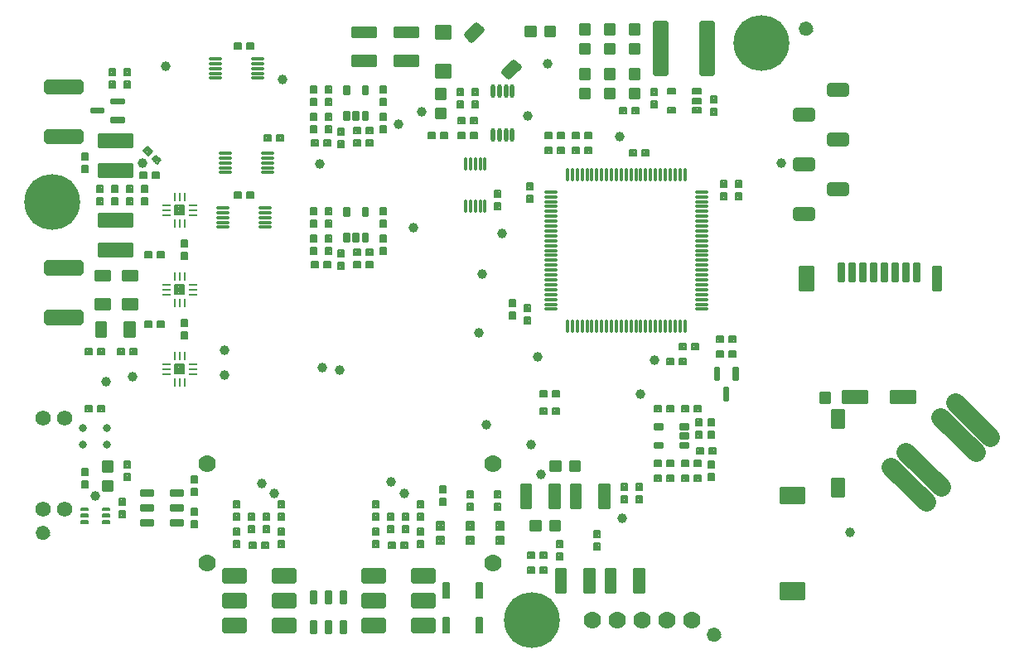
<source format=gts>
*
*
G04 PADS 9.5 Build Number: 522968 generated Gerber (RS-274-X) file*
G04 PC Version=2.1*
*
%IN "PSDR.pcb"*%
*
%MOIN*%
*
%FSLAX35Y35*%
*
*
*
*
G04 PC Standard Apertures*
*
*
G04 Thermal Relief Aperture macro.*
%AMTER*
1,1,$1,0,0*
1,0,$1-$2,0,0*
21,0,$3,$4,0,0,45*
21,0,$3,$4,0,0,135*
%
*
*
G04 Annular Aperture macro.*
%AMANN*
1,1,$1,0,0*
1,0,$2,0,0*
%
*
*
G04 Odd Aperture macro.*
%AMODD*
1,1,$1,0,0*
1,0,$1-0.005,0,0*
%
*
*
G04 PC Custom Aperture Macros*
*
*
*
*
*
*
G04 PC Aperture Table*
*
%ADD010C,0.001*%
%ADD011C,0.008*%
%ADD012C,0.00787*%
%ADD013C,0.01575*%
%ADD035C,0.03*%
%ADD038C,0.024*%
%ADD048C,0.07*%
%ADD072C,0.062*%
%ADD094C,0.00394*%
%ADD104C,0.01181*%
%ADD110C,0.016*%
%ADD146C,0.01*%
%ADD148C,0.076*%
%ADD149C,0.01969*%
%ADD150C,0.032*%
%ADD151C,0.22441*%
%ADD153C,0.014*%
%ADD154O,0.01142X0.05512*%
%ADD155O,0.05512X0.01142*%
%ADD158O,0.03937X0.00984*%
%ADD159O,0.00984X0.03937*%
%ADD160O,0.017X0.056*%
%ADD161O,0.01142X0.05709*%
%ADD162O,0.05709X0.01142*%
%ADD171C,0.0315*%
%ADD172C,0.03937*%
*
*
*
*
G04 PC Circuitry*
G04 Layer Name PSDR.pcb - circuitry*
%LPD*%
*
*
G04 PC Custom Flashes*
G04 Layer Name PSDR.pcb - flashes*
%LPD*%
*
*
G04 PC Circuitry*
G04 Layer Name PSDR.pcb - circuitry*
%LPD*%
*
G54D10*
G54D11*
G01X352900Y325850D02*
X355100D01*
Y323150*
X352900*
Y325850*
Y323200D02*
X355100D01*
X352900Y324000D02*
X355100D01*
X352900Y324800D02*
X355100D01*
X352900Y325600D02*
X355100D01*
X353600Y323150D02*
Y325850D01*
X354400Y323150D02*
Y325850D01*
X352900Y320850D02*
X355100D01*
Y318150*
X352900*
Y320850*
Y318400D02*
X355100D01*
X352900Y319200D02*
X355100D01*
X352900Y320000D02*
X355100D01*
X352900Y320800D02*
X355100D01*
X353600Y318150D02*
Y320850D01*
X354400Y318150D02*
Y320850D01*
X321150Y299900D02*
Y302100D01*
X323850*
Y299900*
X321150*
Y300000D02*
X323850D01*
X321150Y300800D02*
X323850D01*
X321150Y301600D02*
X323850D01*
X321600Y299900D02*
Y302100D01*
X322400Y299900D02*
Y302100D01*
X323200Y299900D02*
Y302100D01*
X326150Y299900D02*
Y302100D01*
X328850*
Y299900*
X326150*
Y300000D02*
X328850D01*
X326150Y300800D02*
X328850D01*
X326150Y301600D02*
X328850D01*
X326400Y299900D02*
Y302100D01*
X327200Y299900D02*
Y302100D01*
X328000Y299900D02*
Y302100D01*
X328800Y299900D02*
Y302100D01*
X379100Y315150D02*
X376900D01*
Y317850*
X379100*
Y315150*
X376900Y315200D02*
X379100D01*
X376900Y316000D02*
X379100D01*
X376900Y316800D02*
X379100D01*
X376900Y317600D02*
X379100D01*
X377600Y315150D02*
Y317850D01*
X378400Y315150D02*
Y317850D01*
X379100Y320150D02*
X376900D01*
Y322850*
X379100*
Y320150*
X376900Y320800D02*
X379100D01*
X376900Y321600D02*
X379100D01*
X376900Y322400D02*
X379100D01*
X377600Y320150D02*
Y322850D01*
X378400Y320150D02*
Y322850D01*
X123900Y172850D02*
X126100D01*
Y170150*
X123900*
Y172850*
Y170400D02*
X126100D01*
X123900Y171200D02*
X126100D01*
X123900Y172000D02*
X126100D01*
X123900Y172800D02*
X126100D01*
X124000Y170150D02*
Y172850D01*
X124800Y170150D02*
Y172850D01*
X125600Y170150D02*
Y172850D01*
X123900Y167850D02*
X126100D01*
Y165150*
X123900*
Y167850*
Y165600D02*
X126100D01*
X123900Y166400D02*
X126100D01*
X123900Y167200D02*
X126100D01*
X124000Y165150D02*
Y167850D01*
X124800Y165150D02*
Y167850D01*
X125600Y165150D02*
Y167850D01*
X317850Y302100D02*
Y299900D01*
X315150*
Y302100*
X317850*
X315150Y300000D02*
X317850D01*
X315150Y300800D02*
X317850D01*
X315150Y301600D02*
X317850D01*
X315200Y299900D02*
Y302100D01*
X316000Y299900D02*
Y302100D01*
X316800Y299900D02*
Y302100D01*
X317600Y299900D02*
Y302100D01*
X312850D02*
Y299900D01*
X310150*
Y302100*
X312850*
X310150Y300000D02*
X312850D01*
X310150Y300800D02*
X312850D01*
X310150Y301600D02*
X312850D01*
X310400Y299900D02*
Y302100D01*
X311200Y299900D02*
Y302100D01*
X312000Y299900D02*
Y302100D01*
X312800Y299900D02*
Y302100D01*
X204850Y307100D02*
Y304900D01*
X202150*
Y307100*
X204850*
X202150Y305600D02*
X204850D01*
X202150Y306400D02*
X204850D01*
X202400Y304900D02*
Y307100D01*
X203200Y304900D02*
Y307100D01*
X204000Y304900D02*
Y307100D01*
X204800Y304900D02*
Y307100D01*
X199850D02*
Y304900D01*
X197150*
Y307100*
X199850*
X197150Y305600D02*
X199850D01*
X197150Y306400D02*
X199850D01*
X197600Y304900D02*
Y307100D01*
X198400Y304900D02*
Y307100D01*
X199200Y304900D02*
Y307100D01*
X216150Y302900D02*
Y305100D01*
X218850*
Y302900*
X216150*
Y303200D02*
X218850D01*
X216150Y304000D02*
X218850D01*
X216150Y304800D02*
X218850D01*
X216800Y302900D02*
Y305100D01*
X217600Y302900D02*
Y305100D01*
X218400Y302900D02*
Y305100D01*
X221150Y302900D02*
Y305100D01*
X223850*
Y302900*
X221150*
Y303200D02*
X223850D01*
X221150Y304000D02*
X223850D01*
X221150Y304800D02*
X223850D01*
X221600Y302900D02*
Y305100D01*
X222400Y302900D02*
Y305100D01*
X223200Y302900D02*
Y305100D01*
X170100Y162150D02*
X167900D01*
Y164850*
X170100*
Y162150*
X167900Y162400D02*
X170100D01*
X167900Y163200D02*
X170100D01*
X167900Y164000D02*
X170100D01*
X167900Y164800D02*
X170100D01*
X168000Y162150D02*
Y164850D01*
X168800Y162150D02*
Y164850D01*
X169600Y162150D02*
Y164850D01*
X170100Y167150D02*
X167900D01*
Y169850*
X170100*
Y167150*
X167900Y167200D02*
X170100D01*
X167900Y168000D02*
X170100D01*
X167900Y168800D02*
X170100D01*
X167900Y169600D02*
X170100D01*
X168000Y167150D02*
Y169850D01*
X168800Y167150D02*
Y169850D01*
X169600Y167150D02*
Y169850D01*
X170100Y149150D02*
X167900D01*
Y151850*
X170100*
Y149150*
X167900Y149600D02*
X170100D01*
X167900Y150400D02*
X170100D01*
X167900Y151200D02*
X170100D01*
X168000Y149150D02*
Y151850D01*
X168800Y149150D02*
Y151850D01*
X169600Y149150D02*
Y151850D01*
X170100Y154150D02*
X167900D01*
Y156850*
X170100*
Y154150*
X167900Y154400D02*
X170100D01*
X167900Y155200D02*
X170100D01*
X167900Y156000D02*
X170100D01*
X167900Y156800D02*
X170100D01*
X168000Y154150D02*
Y156850D01*
X168800Y154150D02*
Y156850D01*
X169600Y154150D02*
Y156850D01*
X126100Y292150D02*
X123900D01*
Y294850*
X126100*
Y292150*
X123900Y292800D02*
X126100D01*
X123900Y293600D02*
X126100D01*
X123900Y294400D02*
X126100D01*
X124000Y292150D02*
Y294850D01*
X124800Y292150D02*
Y294850D01*
X125600Y292150D02*
Y294850D01*
X126100Y297150D02*
X123900D01*
Y299850*
X126100*
Y297150*
X123900Y297600D02*
X126100D01*
X123900Y298400D02*
X126100D01*
X123900Y299200D02*
X126100D01*
X124000Y297150D02*
Y299850D01*
X124800Y297150D02*
Y299850D01*
X125600Y297150D02*
Y299850D01*
X277100Y318150D02*
X274900D01*
Y320850*
X277100*
Y318150*
X274900Y318400D02*
X277100D01*
X274900Y319200D02*
X277100D01*
X274900Y320000D02*
X277100D01*
X274900Y320800D02*
X277100D01*
X275200Y318150D02*
Y320850D01*
X276000Y318150D02*
Y320850D01*
X276800Y318150D02*
Y320850D01*
X277100Y323150D02*
X274900D01*
Y325850*
X277100*
Y323150*
X274900Y323200D02*
X277100D01*
X274900Y324000D02*
X277100D01*
X274900Y324800D02*
X277100D01*
X274900Y325600D02*
X277100D01*
X275200Y323150D02*
Y325850D01*
X276000Y323150D02*
Y325850D01*
X276800Y323150D02*
Y325850D01*
X282850Y314100D02*
Y311900D01*
X280150*
Y314100*
X282850*
X280150Y312000D02*
X282850D01*
X280150Y312800D02*
X282850D01*
X280150Y313600D02*
X282850D01*
X280800Y311900D02*
Y314100D01*
X281600Y311900D02*
Y314100D01*
X282400Y311900D02*
Y314100D01*
X277850D02*
Y311900D01*
X275150*
Y314100*
X277850*
X275150Y312000D02*
X277850D01*
X275150Y312800D02*
X277850D01*
X275150Y313600D02*
X277850D01*
X275200Y311900D02*
Y314100D01*
X276000Y311900D02*
Y314100D01*
X276800Y311900D02*
Y314100D01*
X277600Y311900D02*
Y314100D01*
X386850Y220100D02*
Y217900D01*
X384150*
Y220100*
X386850*
X384150Y218400D02*
X386850D01*
X384150Y219200D02*
X386850D01*
X384150Y220000D02*
X386850D01*
X384800Y217900D02*
Y220100D01*
X385600Y217900D02*
Y220100D01*
X386400Y217900D02*
Y220100D01*
X381850D02*
Y217900D01*
X379150*
Y220100*
X381850*
X379150Y218400D02*
X381850D01*
X379150Y219200D02*
X381850D01*
X379150Y220000D02*
X381850D01*
X379200Y217900D02*
Y220100D01*
X380000Y217900D02*
Y220100D01*
X380800Y217900D02*
Y220100D01*
X381600Y217900D02*
Y220100D01*
X275150Y305900D02*
Y308100D01*
X277850*
Y305900*
X275150*
Y306400D02*
X277850D01*
X275150Y307200D02*
X277850D01*
X275150Y308000D02*
X277850D01*
X275200Y305900D02*
Y308100D01*
X276000Y305900D02*
Y308100D01*
X276800Y305900D02*
Y308100D01*
X277600Y305900D02*
Y308100D01*
X280150Y305900D02*
Y308100D01*
X282850*
Y305900*
X280150*
Y306400D02*
X282850D01*
X280150Y307200D02*
X282850D01*
X280150Y308000D02*
X282850D01*
X280800Y305900D02*
Y308100D01*
X281600Y305900D02*
Y308100D01*
X282400Y305900D02*
Y308100D01*
X280900Y325850D02*
X283100D01*
Y323150*
X280900*
Y325850*
Y323200D02*
X283100D01*
X280900Y324000D02*
X283100D01*
X280900Y324800D02*
X283100D01*
X280900Y325600D02*
X283100D01*
X281600Y323150D02*
Y325850D01*
X282400Y323150D02*
Y325850D01*
X280900Y320850D02*
X283100D01*
Y318150*
X280900*
Y320850*
Y318400D02*
X283100D01*
X280900Y319200D02*
X283100D01*
X280900Y320000D02*
X283100D01*
X280900Y320800D02*
X283100D01*
X281600Y318150D02*
Y320850D01*
X282400Y318150D02*
Y320850D01*
X270850Y308100D02*
Y305900D01*
X268150*
Y308100*
X270850*
X268150Y306400D02*
X270850D01*
X268150Y307200D02*
X270850D01*
X268150Y308000D02*
X270850D01*
X268800Y305900D02*
Y308100D01*
X269600Y305900D02*
Y308100D01*
X270400Y305900D02*
Y308100D01*
X265850D02*
Y305900D01*
X263150*
Y308100*
X265850*
X263150Y306400D02*
X265850D01*
X263150Y307200D02*
X265850D01*
X263150Y308000D02*
X265850D01*
X263200Y305900D02*
Y308100D01*
X264000Y305900D02*
Y308100D01*
X264800Y305900D02*
Y308100D01*
X265600Y305900D02*
Y308100D01*
X154850Y292100D02*
Y289900D01*
X152150*
Y292100*
X154850*
X152150Y290400D02*
X154850D01*
X152150Y291200D02*
X154850D01*
X152150Y292000D02*
X154850D01*
X152800Y289900D02*
Y292100D01*
X153600Y289900D02*
Y292100D01*
X154400Y289900D02*
Y292100D01*
X149850D02*
Y289900D01*
X147150*
Y292100*
X149850*
X147150Y290400D02*
X149850D01*
X147150Y291200D02*
X149850D01*
X147150Y292000D02*
X149850D01*
X147200Y289900D02*
Y292100D01*
X148000Y289900D02*
Y292100D01*
X148800Y289900D02*
Y292100D01*
X149600Y289900D02*
Y292100D01*
X386850Y226100D02*
Y223900D01*
X384150*
Y226100*
X386850*
X384150Y224000D02*
X386850D01*
X384150Y224800D02*
X386850D01*
X384150Y225600D02*
X386850D01*
X384800Y223900D02*
Y226100D01*
X385600Y223900D02*
Y226100D01*
X386400Y223900D02*
Y226100D01*
X381850D02*
Y223900D01*
X379150*
Y226100*
X381850*
X379150Y224000D02*
X381850D01*
X379150Y224800D02*
X381850D01*
X379150Y225600D02*
X381850D01*
X379200Y223900D02*
Y226100D01*
X380000Y223900D02*
Y226100D01*
X380800Y223900D02*
Y226100D01*
X381600Y223900D02*
Y226100D01*
X315850Y204100D02*
Y201900D01*
X313150*
Y204100*
X315850*
X313150Y202400D02*
X315850D01*
X313150Y203200D02*
X315850D01*
X313150Y204000D02*
X315850D01*
X313600Y201900D02*
Y204100D01*
X314400Y201900D02*
Y204100D01*
X315200Y201900D02*
Y204100D01*
X310850D02*
Y201900D01*
X308150*
Y204100*
X310850*
X308150Y202400D02*
X310850D01*
X308150Y203200D02*
X310850D01*
X308150Y204000D02*
X310850D01*
X308800Y201900D02*
Y204100D01*
X309600Y201900D02*
Y204100D01*
X310400Y201900D02*
Y204100D01*
X308150Y194900D02*
Y197100D01*
X310850*
Y194900*
X308150*
Y195200D02*
X310850D01*
X308150Y196000D02*
X310850D01*
X308150Y196800D02*
X310850D01*
X308800Y194900D02*
Y197100D01*
X309600Y194900D02*
Y197100D01*
X310400Y194900D02*
Y197100D01*
X313150Y194900D02*
Y197100D01*
X315850*
Y194900*
X313150*
Y195200D02*
X315850D01*
X313150Y196000D02*
X315850D01*
X313150Y196800D02*
X315850D01*
X313600Y194900D02*
Y197100D01*
X314400Y194900D02*
Y197100D01*
X315200Y194900D02*
Y197100D01*
X378100Y168150D02*
X375900D01*
Y170850*
X378100*
Y168150*
X375900Y168800D02*
X378100D01*
X375900Y169600D02*
X378100D01*
X375900Y170400D02*
X378100D01*
X376000Y168150D02*
Y170850D01*
X376800Y168150D02*
Y170850D01*
X377600Y168150D02*
Y170850D01*
X378100Y173150D02*
X375900D01*
Y175850*
X378100*
Y173150*
X375900Y173600D02*
X378100D01*
X375900Y174400D02*
X378100D01*
X375900Y175200D02*
X378100D01*
X376000Y173150D02*
Y175850D01*
X376800Y173150D02*
Y175850D01*
X377600Y173150D02*
Y175850D01*
X216150Y253900D02*
Y256100D01*
X218850*
Y253900*
X216150*
Y254400D02*
X218850D01*
X216150Y255200D02*
X218850D01*
X216150Y256000D02*
X218850D01*
X216800Y253900D02*
Y256100D01*
X217600Y253900D02*
Y256100D01*
X218400Y253900D02*
Y256100D01*
X221150Y253900D02*
Y256100D01*
X223850*
Y253900*
X221150*
Y254400D02*
X223850D01*
X221150Y255200D02*
X223850D01*
X221150Y256000D02*
X223850D01*
X221600Y253900D02*
Y256100D01*
X222400Y253900D02*
Y256100D01*
X223200Y253900D02*
Y256100D01*
X221900Y266850D02*
X224100D01*
Y264150*
X221900*
Y266850*
Y264800D02*
X224100D01*
X221900Y265600D02*
X224100D01*
X221900Y266400D02*
X224100D01*
X222400Y264150D02*
Y266850D01*
X223200Y264150D02*
Y266850D01*
X224000Y264150D02*
Y266850D01*
X221900Y261850D02*
X224100D01*
Y259150*
X221900*
Y261850*
Y259200D02*
X224100D01*
X221900Y260000D02*
X224100D01*
X221900Y260800D02*
X224100D01*
X221900Y261600D02*
X224100D01*
X222400Y259150D02*
Y261850D01*
X223200Y259150D02*
Y261850D01*
X224000Y259150D02*
Y261850D01*
X233150Y253900D02*
Y256100D01*
X235850*
Y253900*
X233150*
Y254400D02*
X235850D01*
X233150Y255200D02*
X235850D01*
X233150Y256000D02*
X235850D01*
X233600Y253900D02*
Y256100D01*
X234400Y253900D02*
Y256100D01*
X235200Y253900D02*
Y256100D01*
X238150Y253900D02*
Y256100D01*
X240850*
Y253900*
X238150*
Y254400D02*
X240850D01*
X238150Y255200D02*
X240850D01*
X238150Y256000D02*
X240850D01*
X238400Y253900D02*
Y256100D01*
X239200Y253900D02*
Y256100D01*
X240000Y253900D02*
Y256100D01*
X240800Y253900D02*
Y256100D01*
X243900Y266850D02*
X246100D01*
Y264150*
X243900*
Y266850*
Y264800D02*
X246100D01*
X243900Y265600D02*
X246100D01*
X243900Y266400D02*
X246100D01*
X244000Y264150D02*
Y266850D01*
X244800Y264150D02*
Y266850D01*
X245600Y264150D02*
Y266850D01*
X243900Y261850D02*
X246100D01*
Y259150*
X243900*
Y261850*
Y259200D02*
X246100D01*
X243900Y260000D02*
X246100D01*
X243900Y260800D02*
X246100D01*
X243900Y261600D02*
X246100D01*
X244000Y259150D02*
Y261850D01*
X244800Y259150D02*
Y261850D01*
X245600Y259150D02*
Y261850D01*
X221900Y315850D02*
X224100D01*
Y313150*
X221900*
Y315850*
Y313600D02*
X224100D01*
X221900Y314400D02*
X224100D01*
X221900Y315200D02*
X224100D01*
X222400Y313150D02*
Y315850D01*
X223200Y313150D02*
Y315850D01*
X224000Y313150D02*
Y315850D01*
X221900Y310850D02*
X224100D01*
Y308150*
X221900*
Y310850*
Y308800D02*
X224100D01*
X221900Y309600D02*
X224100D01*
X221900Y310400D02*
X224100D01*
X222400Y308150D02*
Y310850D01*
X223200Y308150D02*
Y310850D01*
X224000Y308150D02*
Y310850D01*
X233150Y302900D02*
Y305100D01*
X235850*
Y302900*
X233150*
Y303200D02*
X235850D01*
X233150Y304000D02*
X235850D01*
X233150Y304800D02*
X235850D01*
X233600Y302900D02*
Y305100D01*
X234400Y302900D02*
Y305100D01*
X235200Y302900D02*
Y305100D01*
X238150Y302900D02*
Y305100D01*
X240850*
Y302900*
X238150*
Y303200D02*
X240850D01*
X238150Y304000D02*
X240850D01*
X238150Y304800D02*
X240850D01*
X238400Y302900D02*
Y305100D01*
X239200Y302900D02*
Y305100D01*
X240000Y302900D02*
Y305100D01*
X240800Y302900D02*
Y305100D01*
X243900Y315850D02*
X246100D01*
Y313150*
X243900*
Y315850*
Y313600D02*
X246100D01*
X243900Y314400D02*
X246100D01*
X243900Y315200D02*
X246100D01*
X244000Y313150D02*
Y315850D01*
X244800Y313150D02*
Y315850D01*
X245600Y313150D02*
Y315850D01*
X243900Y310850D02*
X246100D01*
Y308150*
X243900*
Y310850*
Y308800D02*
X246100D01*
X243900Y309600D02*
X246100D01*
X243900Y310400D02*
X246100D01*
X244000Y308150D02*
Y310850D01*
X244800Y308150D02*
Y310850D01*
X245600Y308150D02*
Y310850D01*
X129900Y286850D02*
X132100D01*
Y284150*
X129900*
Y286850*
Y284800D02*
X132100D01*
X129900Y285600D02*
X132100D01*
X129900Y286400D02*
X132100D01*
X130400Y284150D02*
Y286850D01*
X131200Y284150D02*
Y286850D01*
X132000Y284150D02*
Y286850D01*
X129900Y281850D02*
X132100D01*
Y279150*
X129900*
Y281850*
Y279200D02*
X132100D01*
X129900Y280000D02*
X132100D01*
X129900Y280800D02*
X132100D01*
X129900Y281600D02*
X132100D01*
X130400Y279150D02*
Y281850D01*
X131200Y279150D02*
Y281850D01*
X132000Y279150D02*
Y281850D01*
X270100Y158150D02*
X267900D01*
Y160850*
X270100*
Y158150*
X267900Y158400D02*
X270100D01*
X267900Y159200D02*
X270100D01*
X267900Y160000D02*
X270100D01*
X267900Y160800D02*
X270100D01*
X268000Y158150D02*
Y160850D01*
X268800Y158150D02*
Y160850D01*
X269600Y158150D02*
Y160850D01*
X270100Y163150D02*
X267900D01*
Y165850*
X270100*
Y163150*
X267900Y163200D02*
X270100D01*
X267900Y164000D02*
X270100D01*
X267900Y164800D02*
X270100D01*
X267900Y165600D02*
X270100D01*
X268000Y163150D02*
Y165850D01*
X268800Y163150D02*
Y165850D01*
X269600Y163150D02*
Y165850D01*
X347850Y318100D02*
Y315900D01*
X345150*
Y318100*
X347850*
X345150Y316000D02*
X347850D01*
X345150Y316800D02*
X347850D01*
X345150Y317600D02*
X347850D01*
X345600Y315900D02*
Y318100D01*
X346400Y315900D02*
Y318100D01*
X347200Y315900D02*
Y318100D01*
X342850D02*
Y315900D01*
X340150*
Y318100*
X342850*
X340150Y316000D02*
X342850D01*
X340150Y316800D02*
X342850D01*
X340150Y317600D02*
X342850D01*
X340800Y315900D02*
Y318100D01*
X341600Y315900D02*
Y318100D01*
X342400Y315900D02*
Y318100D01*
X365150Y173900D02*
Y176100D01*
X367850*
Y173900*
X365150*
Y174400D02*
X367850D01*
X365150Y175200D02*
X367850D01*
X365150Y176000D02*
X367850D01*
X365600Y173900D02*
Y176100D01*
X366400Y173900D02*
Y176100D01*
X367200Y173900D02*
Y176100D01*
X370150Y173900D02*
Y176100D01*
X372850*
Y173900*
X370150*
Y174400D02*
X372850D01*
X370150Y175200D02*
X372850D01*
X370150Y176000D02*
X372850D01*
X370400Y173900D02*
Y176100D01*
X371200Y173900D02*
Y176100D01*
X372000Y173900D02*
Y176100D01*
X372800Y173900D02*
Y176100D01*
X378100Y185150D02*
X375900D01*
Y187850*
X378100*
Y185150*
X375900Y185600D02*
X378100D01*
X375900Y186400D02*
X378100D01*
X375900Y187200D02*
X378100D01*
X376000Y185150D02*
Y187850D01*
X376800Y185150D02*
Y187850D01*
X377600Y185150D02*
Y187850D01*
X378100Y190150D02*
X375900D01*
Y192850*
X378100*
Y190150*
X375900Y190400D02*
X378100D01*
X375900Y191200D02*
X378100D01*
X375900Y192000D02*
X378100D01*
X375900Y192800D02*
X378100D01*
X376000Y190150D02*
Y192850D01*
X376800Y190150D02*
Y192850D01*
X377600Y190150D02*
Y192850D01*
X125150Y195900D02*
Y198100D01*
X127850*
Y195900*
X125150*
Y196000D02*
X127850D01*
X125150Y196800D02*
X127850D01*
X125150Y197600D02*
X127850D01*
X125600Y195900D02*
Y198100D01*
X126400Y195900D02*
Y198100D01*
X127200Y195900D02*
Y198100D01*
X130150Y195900D02*
Y198100D01*
X132850*
Y195900*
X130150*
Y196000D02*
X132850D01*
X130150Y196800D02*
X132850D01*
X130150Y197600D02*
X132850D01*
X130400Y195900D02*
Y198100D01*
X131200Y195900D02*
Y198100D01*
X132000Y195900D02*
Y198100D01*
X132800Y195900D02*
Y198100D01*
X365150Y195900D02*
Y198100D01*
X367850*
Y195900*
X365150*
Y196000D02*
X367850D01*
X365150Y196800D02*
X367850D01*
X365150Y197600D02*
X367850D01*
X365600Y195900D02*
Y198100D01*
X366400Y195900D02*
Y198100D01*
X367200Y195900D02*
Y198100D01*
X370150Y195900D02*
Y198100D01*
X372850*
Y195900*
X370150*
Y196000D02*
X372850D01*
X370150Y196800D02*
X372850D01*
X370150Y197600D02*
X372850D01*
X370400Y195900D02*
Y198100D01*
X371200Y195900D02*
Y198100D01*
X372000Y195900D02*
Y198100D01*
X372800Y195900D02*
Y198100D01*
X229100Y253150D02*
X226900D01*
Y255850*
X229100*
Y253150*
X226900Y253600D02*
X229100D01*
X226900Y254400D02*
X229100D01*
X226900Y255200D02*
X229100D01*
X227200Y253150D02*
Y255850D01*
X228000Y253150D02*
Y255850D01*
X228800Y253150D02*
Y255850D01*
X229100Y258150D02*
X226900D01*
Y260850*
X229100*
Y258150*
X226900Y258400D02*
X229100D01*
X226900Y259200D02*
X229100D01*
X226900Y260000D02*
X229100D01*
X226900Y260800D02*
X229100D01*
X227200Y258150D02*
Y260850D01*
X228000Y258150D02*
Y260850D01*
X228800Y258150D02*
Y260850D01*
X371150Y178900D02*
Y181100D01*
X373850*
Y178900*
X371150*
Y179200D02*
X373850D01*
X371150Y180000D02*
X373850D01*
X371150Y180800D02*
X373850D01*
X371200Y178900D02*
Y181100D01*
X372000Y178900D02*
Y181100D01*
X372800Y178900D02*
Y181100D01*
X373600Y178900D02*
Y181100D01*
X376150Y178900D02*
Y181100D01*
X378850*
Y178900*
X376150*
Y179200D02*
X378850D01*
X376150Y180000D02*
X378850D01*
X376150Y180800D02*
X378850D01*
X376800Y178900D02*
Y181100D01*
X377600Y178900D02*
Y181100D01*
X378400Y178900D02*
Y181100D01*
X125150Y218900D02*
Y221100D01*
X127850*
Y218900*
X125150*
Y219200D02*
X127850D01*
X125150Y220000D02*
X127850D01*
X125150Y220800D02*
X127850D01*
X125600Y218900D02*
Y221100D01*
X126400Y218900D02*
Y221100D01*
X127200Y218900D02*
Y221100D01*
X130150Y218900D02*
Y221100D01*
X132850*
Y218900*
X130150*
Y219200D02*
X132850D01*
X130150Y220000D02*
X132850D01*
X130150Y220800D02*
X132850D01*
X130400Y218900D02*
Y221100D01*
X131200Y218900D02*
Y221100D01*
X132000Y218900D02*
Y221100D01*
X132800Y218900D02*
Y221100D01*
X138150Y218900D02*
Y221100D01*
X140850*
Y218900*
X138150*
Y219200D02*
X140850D01*
X138150Y220000D02*
X140850D01*
X138150Y220800D02*
X140850D01*
X138400Y218900D02*
Y221100D01*
X139200Y218900D02*
Y221100D01*
X140000Y218900D02*
Y221100D01*
X140800Y218900D02*
Y221100D01*
X143150Y218900D02*
Y221100D01*
X145850*
Y218900*
X143150*
Y219200D02*
X145850D01*
X143150Y220000D02*
X145850D01*
X143150Y220800D02*
X145850D01*
X143200Y218900D02*
Y221100D01*
X144000Y218900D02*
Y221100D01*
X144800Y218900D02*
Y221100D01*
X145600Y218900D02*
Y221100D01*
X346900Y166850D02*
X349100D01*
Y164150*
X346900*
Y166850*
Y164800D02*
X349100D01*
X346900Y165600D02*
X349100D01*
X346900Y166400D02*
X349100D01*
X347200Y164150D02*
Y166850D01*
X348000Y164150D02*
Y166850D01*
X348800Y164150D02*
Y166850D01*
X346900Y161850D02*
X349100D01*
Y159150*
X346900*
Y161850*
Y159200D02*
X349100D01*
X346900Y160000D02*
X349100D01*
X346900Y160800D02*
X349100D01*
X346900Y161600D02*
X349100D01*
X347200Y159150D02*
Y161850D01*
X348000Y159150D02*
Y161850D01*
X348800Y159150D02*
Y161850D01*
X343100Y159150D02*
X340900D01*
Y161850*
X343100*
Y159150*
X340900Y159200D02*
X343100D01*
X340900Y160000D02*
X343100D01*
X340900Y160800D02*
X343100D01*
X340900Y161600D02*
X343100D01*
X341600Y159150D02*
Y161850D01*
X342400Y159150D02*
Y161850D01*
X343100Y164150D02*
X340900D01*
Y166850*
X343100*
Y164150*
X340900Y164800D02*
X343100D01*
X340900Y165600D02*
X343100D01*
X340900Y166400D02*
X343100D01*
X341600Y164150D02*
Y166850D01*
X342400Y164150D02*
Y166850D01*
X354150Y167900D02*
Y170100D01*
X356850*
Y167900*
X354150*
Y168000D02*
X356850D01*
X354150Y168800D02*
X356850D01*
X354150Y169600D02*
X356850D01*
X354400Y167900D02*
Y170100D01*
X355200Y167900D02*
Y170100D01*
X356000Y167900D02*
Y170100D01*
X356800Y167900D02*
Y170100D01*
X359150Y167900D02*
Y170100D01*
X361850*
Y167900*
X359150*
Y168000D02*
X361850D01*
X359150Y168800D02*
X361850D01*
X359150Y169600D02*
X361850D01*
X359200Y167900D02*
Y170100D01*
X360000Y167900D02*
Y170100D01*
X360800Y167900D02*
Y170100D01*
X361600Y167900D02*
Y170100D01*
X329900Y147850D02*
X332100D01*
Y145150*
X329900*
Y147850*
Y145600D02*
X332100D01*
X329900Y146400D02*
X332100D01*
X329900Y147200D02*
X332100D01*
X330400Y145150D02*
Y147850D01*
X331200Y145150D02*
Y147850D01*
X332000Y145150D02*
Y147850D01*
X329900Y142850D02*
X332100D01*
Y140150*
X329900*
Y142850*
Y140800D02*
X332100D01*
X329900Y141600D02*
X332100D01*
X329900Y142400D02*
X332100D01*
X330400Y140150D02*
Y142850D01*
X331200Y140150D02*
Y142850D01*
X332000Y140150D02*
Y142850D01*
X147900Y286850D02*
X150100D01*
Y284150*
X147900*
Y286850*
Y284800D02*
X150100D01*
X147900Y285600D02*
X150100D01*
X147900Y286400D02*
X150100D01*
X148000Y284150D02*
Y286850D01*
X148800Y284150D02*
Y286850D01*
X149600Y284150D02*
Y286850D01*
X147900Y281850D02*
X150100D01*
Y279150*
X147900*
Y281850*
Y279200D02*
X150100D01*
X147900Y280000D02*
X150100D01*
X147900Y280800D02*
X150100D01*
X147900Y281600D02*
X150100D01*
X148000Y279150D02*
Y281850D01*
X148800Y279150D02*
Y281850D01*
X149600Y279150D02*
Y281850D01*
X163900Y232850D02*
X166100D01*
Y230150*
X163900*
Y232850*
Y230400D02*
X166100D01*
X163900Y231200D02*
X166100D01*
X163900Y232000D02*
X166100D01*
X163900Y232800D02*
X166100D01*
X164000Y230150D02*
Y232850D01*
X164800Y230150D02*
Y232850D01*
X165600Y230150D02*
Y232850D01*
X163900Y227850D02*
X166100D01*
Y225150*
X163900*
Y227850*
Y225600D02*
X166100D01*
X163900Y226400D02*
X166100D01*
X163900Y227200D02*
X166100D01*
X164000Y225150D02*
Y227850D01*
X164800Y225150D02*
Y227850D01*
X165600Y225150D02*
Y227850D01*
X303150Y130900D02*
Y133100D01*
X305850*
Y130900*
X303150*
Y131200D02*
X305850D01*
X303150Y132000D02*
X305850D01*
X303150Y132800D02*
X305850D01*
X303200Y130900D02*
Y133100D01*
X304000Y130900D02*
Y133100D01*
X304800Y130900D02*
Y133100D01*
X305600Y130900D02*
Y133100D01*
X308150Y130900D02*
Y133100D01*
X310850*
Y130900*
X308150*
Y131200D02*
X310850D01*
X308150Y132000D02*
X310850D01*
X308150Y132800D02*
X310850D01*
X308800Y130900D02*
Y133100D01*
X309600Y130900D02*
Y133100D01*
X310400Y130900D02*
Y133100D01*
X370900Y192850D02*
X373100D01*
Y190150*
X370900*
Y192850*
Y190400D02*
X373100D01*
X370900Y191200D02*
X373100D01*
X370900Y192000D02*
X373100D01*
X370900Y192800D02*
X373100D01*
X371200Y190150D02*
Y192850D01*
X372000Y190150D02*
Y192850D01*
X372800Y190150D02*
Y192850D01*
X370900Y187850D02*
X373100D01*
Y185150*
X370900*
Y187850*
Y185600D02*
X373100D01*
X370900Y186400D02*
X373100D01*
X370900Y187200D02*
X373100D01*
X371200Y185150D02*
Y187850D01*
X372000Y185150D02*
Y187850D01*
X372800Y185150D02*
Y187850D01*
X229100Y302150D02*
X226900D01*
Y304850*
X229100*
Y302150*
X226900Y302400D02*
X229100D01*
X226900Y303200D02*
X229100D01*
X226900Y304000D02*
X229100D01*
X226900Y304800D02*
X229100D01*
X227200Y302150D02*
Y304850D01*
X228000Y302150D02*
Y304850D01*
X228800Y302150D02*
Y304850D01*
X229100Y307150D02*
X226900D01*
Y309850*
X229100*
Y307150*
X226900Y307200D02*
X229100D01*
X226900Y308000D02*
X229100D01*
X226900Y308800D02*
X229100D01*
X226900Y309600D02*
X229100D01*
X227200Y307150D02*
Y309850D01*
X228000Y307150D02*
Y309850D01*
X228800Y307150D02*
Y309850D01*
X354150Y173900D02*
Y176100D01*
X356850*
Y173900*
X354150*
Y174400D02*
X356850D01*
X354150Y175200D02*
X356850D01*
X354150Y176000D02*
X356850D01*
X354400Y173900D02*
Y176100D01*
X355200Y173900D02*
Y176100D01*
X356000Y173900D02*
Y176100D01*
X356800Y173900D02*
Y176100D01*
X359150Y173900D02*
Y176100D01*
X361850*
Y173900*
X359150*
Y174400D02*
X361850D01*
X359150Y175200D02*
X361850D01*
X359150Y176000D02*
X361850D01*
X359200Y173900D02*
Y176100D01*
X360000Y173900D02*
Y176100D01*
X360800Y173900D02*
Y176100D01*
X361600Y173900D02*
Y176100D01*
X303150Y136900D02*
Y139100D01*
X305850*
Y136900*
X303150*
Y137600D02*
X305850D01*
X303150Y138400D02*
X305850D01*
X303200Y136900D02*
Y139100D01*
X304000Y136900D02*
Y139100D01*
X304800Y136900D02*
Y139100D01*
X305600Y136900D02*
Y139100D01*
X308150Y136900D02*
Y139100D01*
X310850*
Y136900*
X308150*
Y137600D02*
X310850D01*
X308150Y138400D02*
X310850D01*
X308800Y136900D02*
Y139100D01*
X309600Y136900D02*
Y139100D01*
X310400Y136900D02*
Y139100D01*
X354150Y195900D02*
Y198100D01*
X356850*
Y195900*
X354150*
Y196000D02*
X356850D01*
X354150Y196800D02*
X356850D01*
X354150Y197600D02*
X356850D01*
X354400Y195900D02*
Y198100D01*
X355200Y195900D02*
Y198100D01*
X356000Y195900D02*
Y198100D01*
X356800Y195900D02*
Y198100D01*
X359150Y195900D02*
Y198100D01*
X361850*
Y195900*
X359150*
Y196000D02*
X361850D01*
X359150Y196800D02*
X361850D01*
X359150Y197600D02*
X361850D01*
X359200Y195900D02*
Y198100D01*
X360000Y195900D02*
Y198100D01*
X360800Y195900D02*
Y198100D01*
X361600Y195900D02*
Y198100D01*
X380900Y288850D02*
X383100D01*
Y286150*
X380900*
Y288850*
Y286400D02*
X383100D01*
X380900Y287200D02*
X383100D01*
X380900Y288000D02*
X383100D01*
X380900Y288800D02*
X383100D01*
X381600Y286150D02*
Y288850D01*
X382400Y286150D02*
Y288850D01*
X380900Y283850D02*
X383100D01*
Y281150*
X380900*
Y283850*
Y281600D02*
X383100D01*
X380900Y282400D02*
X383100D01*
X380900Y283200D02*
X383100D01*
X381600Y281150D02*
Y283850D01*
X382400Y281150D02*
Y283850D01*
X314900Y143850D02*
X317100D01*
Y141150*
X314900*
Y143850*
Y141600D02*
X317100D01*
X314900Y142400D02*
X317100D01*
X314900Y143200D02*
X317100D01*
X315200Y141150D02*
Y143850D01*
X316000Y141150D02*
Y143850D01*
X316800Y141150D02*
Y143850D01*
X314900Y138850D02*
X317100D01*
Y136150*
X314900*
Y138850*
Y136800D02*
X317100D01*
X314900Y137600D02*
X317100D01*
X314900Y138400D02*
X317100D01*
X315200Y136150D02*
Y138850D01*
X316000Y136150D02*
Y138850D01*
X316800Y136150D02*
Y138850D01*
X317850Y308100D02*
Y305900D01*
X315150*
Y308100*
X317850*
X315150Y306400D02*
X317850D01*
X315150Y307200D02*
X317850D01*
X315150Y308000D02*
X317850D01*
X315200Y305900D02*
Y308100D01*
X316000Y305900D02*
Y308100D01*
X316800Y305900D02*
Y308100D01*
X317600Y305900D02*
Y308100D01*
X312850D02*
Y305900D01*
X310150*
Y308100*
X312850*
X310150Y306400D02*
X312850D01*
X310150Y307200D02*
X312850D01*
X310150Y308000D02*
X312850D01*
X310400Y305900D02*
Y308100D01*
X311200Y305900D02*
Y308100D01*
X312000Y305900D02*
Y308100D01*
X312800Y305900D02*
Y308100D01*
X359150Y214900D02*
Y217100D01*
X361850*
Y214900*
X359150*
Y215200D02*
X361850D01*
X359150Y216000D02*
X361850D01*
X359150Y216800D02*
X361850D01*
X359200Y214900D02*
Y217100D01*
X360000Y214900D02*
Y217100D01*
X360800Y214900D02*
Y217100D01*
X361600Y214900D02*
Y217100D01*
X364150Y214900D02*
Y217100D01*
X366850*
Y214900*
X364150*
Y215200D02*
X366850D01*
X364150Y216000D02*
X366850D01*
X364150Y216800D02*
X366850D01*
X364800Y214900D02*
Y217100D01*
X365600Y214900D02*
Y217100D01*
X366400Y214900D02*
Y217100D01*
X295900Y240850D02*
X298100D01*
Y238150*
X295900*
Y240850*
Y238400D02*
X298100D01*
X295900Y239200D02*
X298100D01*
X295900Y240000D02*
X298100D01*
X295900Y240800D02*
X298100D01*
X296000Y238150D02*
Y240850D01*
X296800Y238150D02*
Y240850D01*
X297600Y238150D02*
Y240850D01*
X295900Y235850D02*
X298100D01*
Y233150*
X295900*
Y235850*
Y233600D02*
X298100D01*
X295900Y234400D02*
X298100D01*
X295900Y235200D02*
X298100D01*
X296000Y233150D02*
Y235850D01*
X296800Y233150D02*
Y235850D01*
X297600Y233150D02*
Y235850D01*
X135900Y286850D02*
X138100D01*
Y284150*
X135900*
Y286850*
Y284800D02*
X138100D01*
X135900Y285600D02*
X138100D01*
X135900Y286400D02*
X138100D01*
X136000Y284150D02*
Y286850D01*
X136800Y284150D02*
Y286850D01*
X137600Y284150D02*
Y286850D01*
X135900Y281850D02*
X138100D01*
Y279150*
X135900*
Y281850*
Y279200D02*
X138100D01*
X135900Y280000D02*
X138100D01*
X135900Y280800D02*
X138100D01*
X135900Y281600D02*
X138100D01*
X136000Y279150D02*
Y281850D01*
X136800Y279150D02*
Y281850D01*
X137600Y279150D02*
Y281850D01*
X156850Y232100D02*
Y229900D01*
X154150*
Y232100*
X156850*
X154150Y230400D02*
X156850D01*
X154150Y231200D02*
X156850D01*
X154150Y232000D02*
X156850D01*
X154400Y229900D02*
Y232100D01*
X155200Y229900D02*
Y232100D01*
X156000Y229900D02*
Y232100D01*
X156800Y229900D02*
Y232100D01*
X151850D02*
Y229900D01*
X149150*
Y232100*
X151850*
X149150Y230400D02*
X151850D01*
X149150Y231200D02*
X151850D01*
X149150Y232000D02*
X151850D01*
X149600Y229900D02*
Y232100D01*
X150400Y229900D02*
Y232100D01*
X151200Y229900D02*
Y232100D01*
X156850Y260100D02*
Y257900D01*
X154150*
Y260100*
X156850*
X154150Y258400D02*
X156850D01*
X154150Y259200D02*
X156850D01*
X154150Y260000D02*
X156850D01*
X154400Y257900D02*
Y260100D01*
X155200Y257900D02*
Y260100D01*
X156000Y257900D02*
Y260100D01*
X156800Y257900D02*
Y260100D01*
X151850D02*
Y257900D01*
X149150*
Y260100*
X151850*
X149150Y258400D02*
X151850D01*
X149150Y259200D02*
X151850D01*
X149150Y260000D02*
X151850D01*
X149600Y257900D02*
Y260100D01*
X150400Y257900D02*
Y260100D01*
X151200Y257900D02*
Y260100D01*
X163900Y264850D02*
X166100D01*
Y262150*
X163900*
Y264850*
Y262400D02*
X166100D01*
X163900Y263200D02*
X166100D01*
X163900Y264000D02*
X166100D01*
X163900Y264800D02*
X166100D01*
X164000Y262150D02*
Y264850D01*
X164800Y262150D02*
Y264850D01*
X165600Y262150D02*
Y264850D01*
X163900Y259850D02*
X166100D01*
Y257150*
X163900*
Y259850*
Y257600D02*
X166100D01*
X163900Y258400D02*
X166100D01*
X163900Y259200D02*
X166100D01*
X164000Y257150D02*
Y259850D01*
X164800Y257150D02*
Y259850D01*
X165600Y257150D02*
Y259850D01*
X155500Y297055D02*
X153945Y295500D01*
X152035Y297409*
X153591Y298965*
X155500Y297055*
X153444Y296000D02*
X154445D01*
X152644Y296800D02*
X155245D01*
X152226Y297600D02*
X154956D01*
X153026Y298400D02*
X154156D01*
X152800Y296644D02*
Y298174D01*
X153600Y295844D02*
Y298956D01*
X154400Y295955D02*
Y298156D01*
X155200Y296755D02*
Y297356D01*
X151965Y300591D02*
X150409Y299035D01*
X148500Y300945*
X150055Y302500*
X151965Y300591*
X150244Y299200D02*
X150574D01*
X149444Y300000D02*
X151374D01*
X148644Y300800D02*
X151756D01*
X149155Y301600D02*
X150956D01*
X149955Y302400D02*
X150156D01*
X148800Y300644D02*
Y301245D01*
X149600Y299844D02*
Y302045D01*
X150400Y299044D02*
Y302156D01*
X151200Y299826D02*
Y301356D01*
X143100Y168150D02*
X140900D01*
Y170850*
X143100*
Y168150*
X140900Y168800D02*
X143100D01*
X140900Y169600D02*
X143100D01*
X140900Y170400D02*
X143100D01*
X141600Y168150D02*
Y170850D01*
X142400Y168150D02*
Y170850D01*
X143100Y173150D02*
X140900D01*
Y175850*
X143100*
Y173150*
X140900Y173600D02*
X143100D01*
X140900Y174400D02*
X143100D01*
X140900Y175200D02*
X143100D01*
X141600Y173150D02*
Y175850D01*
X142400Y173150D02*
Y175850D01*
X141900Y286850D02*
X144100D01*
Y284150*
X141900*
Y286850*
Y284800D02*
X144100D01*
X141900Y285600D02*
X144100D01*
X141900Y286400D02*
X144100D01*
X142400Y284150D02*
Y286850D01*
X143200Y284150D02*
Y286850D01*
X144000Y284150D02*
Y286850D01*
X141900Y281850D02*
X144100D01*
Y279150*
X141900*
Y281850*
Y279200D02*
X144100D01*
X141900Y280000D02*
X144100D01*
X141900Y280800D02*
X144100D01*
X141900Y281600D02*
X144100D01*
X142400Y279150D02*
Y281850D01*
X143200Y279150D02*
Y281850D01*
X144000Y279150D02*
Y281850D01*
X371850Y223100D02*
Y220900D01*
X369150*
Y223100*
X371850*
X369150Y221600D02*
X371850D01*
X369150Y222400D02*
X371850D01*
X369600Y220900D02*
Y223100D01*
X370400Y220900D02*
Y223100D01*
X371200Y220900D02*
Y223100D01*
X366850D02*
Y220900D01*
X364150*
Y223100*
X366850*
X364150Y221600D02*
X366850D01*
X364150Y222400D02*
X366850D01*
X364800Y220900D02*
Y223100D01*
X365600Y220900D02*
Y223100D01*
X366400Y220900D02*
Y223100D01*
X386900Y288850D02*
X389100D01*
Y286150*
X386900*
Y288850*
Y286400D02*
X389100D01*
X386900Y287200D02*
X389100D01*
X386900Y288000D02*
X389100D01*
X386900Y288800D02*
X389100D01*
X387200Y286150D02*
Y288850D01*
X388000Y286150D02*
Y288850D01*
X388800Y286150D02*
Y288850D01*
X386900Y283850D02*
X389100D01*
Y281150*
X386900*
Y283850*
Y281600D02*
X389100D01*
X386900Y282400D02*
X389100D01*
X386900Y283200D02*
X389100D01*
X387200Y281150D02*
Y283850D01*
X388000Y281150D02*
Y283850D01*
X388800Y281150D02*
Y283850D01*
X304100Y231150D02*
X301900D01*
Y233850*
X304100*
Y231150*
X301900Y231200D02*
X304100D01*
X301900Y232000D02*
X304100D01*
X301900Y232800D02*
X304100D01*
X301900Y233600D02*
X304100D01*
X302400Y231150D02*
Y233850D01*
X303200Y231150D02*
Y233850D01*
X304000Y231150D02*
Y233850D01*
X304100Y236150D02*
X301900D01*
Y238850*
X304100*
Y236150*
X301900Y236800D02*
X304100D01*
X301900Y237600D02*
X304100D01*
X301900Y238400D02*
X304100D01*
X302400Y236150D02*
Y238850D01*
X303200Y236150D02*
Y238850D01*
X304000Y236150D02*
Y238850D01*
X240850Y261100D02*
Y258900D01*
X238150*
Y261100*
X240850*
X238150Y259200D02*
X240850D01*
X238150Y260000D02*
X240850D01*
X238150Y260800D02*
X240850D01*
X238400Y258900D02*
Y261100D01*
X239200Y258900D02*
Y261100D01*
X240000Y258900D02*
Y261100D01*
X240800Y258900D02*
Y261100D01*
X235850D02*
Y258900D01*
X233150*
Y261100*
X235850*
X233150Y259200D02*
X235850D01*
X233150Y260000D02*
X235850D01*
X233150Y260800D02*
X235850D01*
X233600Y258900D02*
Y261100D01*
X234400Y258900D02*
Y261100D01*
X235200Y258900D02*
Y261100D01*
X240850Y310100D02*
Y307900D01*
X238150*
Y310100*
X240850*
X238150Y308000D02*
X240850D01*
X238150Y308800D02*
X240850D01*
X238150Y309600D02*
X240850D01*
X238400Y307900D02*
Y310100D01*
X239200Y307900D02*
Y310100D01*
X240000Y307900D02*
Y310100D01*
X240800Y307900D02*
Y310100D01*
X235850D02*
Y307900D01*
X233150*
Y310100*
X235850*
X233150Y308000D02*
X235850D01*
X233150Y308800D02*
X235850D01*
X233150Y309600D02*
X235850D01*
X233600Y307900D02*
Y310100D01*
X234400Y307900D02*
Y310100D01*
X235200Y307900D02*
Y310100D01*
X344150Y298900D02*
Y301100D01*
X346850*
Y298900*
X344150*
Y299200D02*
X346850D01*
X344150Y300000D02*
X346850D01*
X344150Y300800D02*
X346850D01*
X344800Y298900D02*
Y301100D01*
X345600Y298900D02*
Y301100D01*
X346400Y298900D02*
Y301100D01*
X349150Y298900D02*
Y301100D01*
X351850*
Y298900*
X349150*
Y299200D02*
X351850D01*
X349150Y300000D02*
X351850D01*
X349150Y300800D02*
X351850D01*
X349600Y298900D02*
Y301100D01*
X350400Y298900D02*
Y301100D01*
X351200Y298900D02*
Y301100D01*
X305100Y280150D02*
X302900D01*
Y282850*
X305100*
Y280150*
X302900Y280800D02*
X305100D01*
X302900Y281600D02*
X305100D01*
X302900Y282400D02*
X305100D01*
X303200Y280150D02*
Y282850D01*
X304000Y280150D02*
Y282850D01*
X304800Y280150D02*
Y282850D01*
X305100Y285150D02*
X302900D01*
Y287850*
X305100*
Y285150*
X302900Y285600D02*
X305100D01*
X302900Y286400D02*
X305100D01*
X302900Y287200D02*
X305100D01*
X303200Y285150D02*
Y287850D01*
X304000Y285150D02*
Y287850D01*
X304800Y285150D02*
Y287850D01*
X321150Y305900D02*
Y308100D01*
X323850*
Y305900*
X321150*
Y306400D02*
X323850D01*
X321150Y307200D02*
X323850D01*
X321150Y308000D02*
X323850D01*
X321600Y305900D02*
Y308100D01*
X322400Y305900D02*
Y308100D01*
X323200Y305900D02*
Y308100D01*
X326150Y305900D02*
Y308100D01*
X328850*
Y305900*
X326150*
Y306400D02*
X328850D01*
X326150Y307200D02*
X328850D01*
X326150Y308000D02*
X328850D01*
X326400Y305900D02*
Y308100D01*
X327200Y305900D02*
Y308100D01*
X328000Y305900D02*
Y308100D01*
X328800Y305900D02*
Y308100D01*
X138900Y160850D02*
X141100D01*
Y158150*
X138900*
Y160850*
Y158400D02*
X141100D01*
X138900Y159200D02*
X141100D01*
X138900Y160000D02*
X141100D01*
X138900Y160800D02*
X141100D01*
X139200Y158150D02*
Y160850D01*
X140000Y158150D02*
Y160850D01*
X140800Y158150D02*
Y160850D01*
X138900Y155850D02*
X141100D01*
Y153150*
X138900*
Y155850*
Y153600D02*
X141100D01*
X138900Y154400D02*
X141100D01*
X138900Y155200D02*
X141100D01*
X139200Y153150D02*
Y155850D01*
X140000Y153150D02*
Y155850D01*
X140800Y153150D02*
Y155850D01*
X215900Y277850D02*
X218100D01*
Y275150*
X215900*
Y277850*
Y275200D02*
X218100D01*
X215900Y276000D02*
X218100D01*
X215900Y276800D02*
X218100D01*
X215900Y277600D02*
X218100D01*
X216000Y275150D02*
Y277850D01*
X216800Y275150D02*
Y277850D01*
X217600Y275150D02*
Y277850D01*
X215900Y272850D02*
X218100D01*
Y270150*
X215900*
Y272850*
Y270400D02*
X218100D01*
X215900Y271200D02*
X218100D01*
X215900Y272000D02*
X218100D01*
X215900Y272800D02*
X218100D01*
X216000Y270150D02*
Y272850D01*
X216800Y270150D02*
Y272850D01*
X217600Y270150D02*
Y272850D01*
X215900Y326850D02*
X218100D01*
Y324150*
X215900*
Y326850*
Y324800D02*
X218100D01*
X215900Y325600D02*
X218100D01*
X215900Y326400D02*
X218100D01*
X216000Y324150D02*
Y326850D01*
X216800Y324150D02*
Y326850D01*
X217600Y324150D02*
Y326850D01*
X215900Y321850D02*
X218100D01*
Y319150*
X215900*
Y321850*
Y319200D02*
X218100D01*
X215900Y320000D02*
X218100D01*
X215900Y320800D02*
X218100D01*
X215900Y321600D02*
X218100D01*
X216000Y319150D02*
Y321850D01*
X216800Y319150D02*
Y321850D01*
X217600Y319150D02*
Y321850D01*
X221900Y277850D02*
X224100D01*
Y275150*
X221900*
Y277850*
Y275200D02*
X224100D01*
X221900Y276000D02*
X224100D01*
X221900Y276800D02*
X224100D01*
X221900Y277600D02*
X224100D01*
X222400Y275150D02*
Y277850D01*
X223200Y275150D02*
Y277850D01*
X224000Y275150D02*
Y277850D01*
X221900Y272850D02*
X224100D01*
Y270150*
X221900*
Y272850*
Y270400D02*
X224100D01*
X221900Y271200D02*
X224100D01*
X221900Y272000D02*
X224100D01*
X221900Y272800D02*
X224100D01*
X222400Y270150D02*
Y272850D01*
X223200Y270150D02*
Y272850D01*
X224000Y270150D02*
Y272850D01*
X221900Y326850D02*
X224100D01*
Y324150*
X221900*
Y326850*
Y324800D02*
X224100D01*
X221900Y325600D02*
X224100D01*
X221900Y326400D02*
X224100D01*
X222400Y324150D02*
Y326850D01*
X223200Y324150D02*
Y326850D01*
X224000Y324150D02*
Y326850D01*
X221900Y321850D02*
X224100D01*
Y319150*
X221900*
Y321850*
Y319200D02*
X224100D01*
X221900Y320000D02*
X224100D01*
X221900Y320800D02*
X224100D01*
X221900Y321600D02*
X224100D01*
X222400Y319150D02*
Y321850D01*
X223200Y319150D02*
Y321850D01*
X224000Y319150D02*
Y321850D01*
X292100Y277150D02*
X289900D01*
Y279850*
X292100*
Y277150*
X289900Y277600D02*
X292100D01*
X289900Y278400D02*
X292100D01*
X289900Y279200D02*
X292100D01*
X290400Y277150D02*
Y279850D01*
X291200Y277150D02*
Y279850D01*
X292000Y277150D02*
Y279850D01*
X292100Y282150D02*
X289900D01*
Y284850*
X292100*
Y282150*
X289900Y282400D02*
X292100D01*
X289900Y283200D02*
X292100D01*
X289900Y284000D02*
X292100D01*
X289900Y284800D02*
X292100D01*
X290400Y282150D02*
Y284850D01*
X291200Y282150D02*
Y284850D01*
X292000Y282150D02*
Y284850D01*
X243900Y277850D02*
X246100D01*
Y275150*
X243900*
Y277850*
Y275200D02*
X246100D01*
X243900Y276000D02*
X246100D01*
X243900Y276800D02*
X246100D01*
X243900Y277600D02*
X246100D01*
X244000Y275150D02*
Y277850D01*
X244800Y275150D02*
Y277850D01*
X245600Y275150D02*
Y277850D01*
X243900Y272850D02*
X246100D01*
Y270150*
X243900*
Y272850*
Y270400D02*
X246100D01*
X243900Y271200D02*
X246100D01*
X243900Y272000D02*
X246100D01*
X243900Y272800D02*
X246100D01*
X244000Y270150D02*
Y272850D01*
X244800Y270150D02*
Y272850D01*
X245600Y270150D02*
Y272850D01*
X215900Y266850D02*
X218100D01*
Y264150*
X215900*
Y266850*
Y264800D02*
X218100D01*
X215900Y265600D02*
X218100D01*
X215900Y266400D02*
X218100D01*
X216000Y264150D02*
Y266850D01*
X216800Y264150D02*
Y266850D01*
X217600Y264150D02*
Y266850D01*
X215900Y261850D02*
X218100D01*
Y259150*
X215900*
Y261850*
Y259200D02*
X218100D01*
X215900Y260000D02*
X218100D01*
X215900Y260800D02*
X218100D01*
X215900Y261600D02*
X218100D01*
X216000Y259150D02*
Y261850D01*
X216800Y259150D02*
Y261850D01*
X217600Y259150D02*
Y261850D01*
X243900Y326850D02*
X246100D01*
Y324150*
X243900*
Y326850*
Y324800D02*
X246100D01*
X243900Y325600D02*
X246100D01*
X243900Y326400D02*
X246100D01*
X244000Y324150D02*
Y326850D01*
X244800Y324150D02*
Y326850D01*
X245600Y324150D02*
Y326850D01*
X243900Y321850D02*
X246100D01*
Y319150*
X243900*
Y321850*
Y319200D02*
X246100D01*
X243900Y320000D02*
X246100D01*
X243900Y320800D02*
X246100D01*
X243900Y321600D02*
X246100D01*
X244000Y319150D02*
Y321850D01*
X244800Y319150D02*
Y321850D01*
X245600Y319150D02*
Y321850D01*
X215900Y315850D02*
X218100D01*
Y313150*
X215900*
Y315850*
Y313600D02*
X218100D01*
X215900Y314400D02*
X218100D01*
X215900Y315200D02*
X218100D01*
X216000Y313150D02*
Y315850D01*
X216800Y313150D02*
Y315850D01*
X217600Y313150D02*
Y315850D01*
X215900Y310850D02*
X218100D01*
Y308150*
X215900*
Y310850*
Y308800D02*
X218100D01*
X215900Y309600D02*
X218100D01*
X215900Y310400D02*
X218100D01*
X216000Y308150D02*
Y310850D01*
X216800Y308150D02*
Y310850D01*
X217600Y308150D02*
Y310850D01*
X134900Y333850D02*
X137100D01*
Y331150*
X134900*
Y333850*
Y331200D02*
X137100D01*
X134900Y332000D02*
X137100D01*
X134900Y332800D02*
X137100D01*
X134900Y333600D02*
X137100D01*
X135200Y331150D02*
Y333850D01*
X136000Y331150D02*
Y333850D01*
X136800Y331150D02*
Y333850D01*
X134900Y328850D02*
X137100D01*
Y326150*
X134900*
Y328850*
Y326400D02*
X137100D01*
X134900Y327200D02*
X137100D01*
X134900Y328000D02*
X137100D01*
X134900Y328800D02*
X137100D01*
X135200Y326150D02*
Y328850D01*
X136000Y326150D02*
Y328850D01*
X136800Y326150D02*
Y328850D01*
X140900Y333850D02*
X143100D01*
Y331150*
X140900*
Y333850*
Y331200D02*
X143100D01*
X140900Y332000D02*
X143100D01*
X140900Y332800D02*
X143100D01*
X140900Y333600D02*
X143100D01*
X141600Y331150D02*
Y333850D01*
X142400Y331150D02*
Y333850D01*
X140900Y328850D02*
X143100D01*
Y326150*
X140900*
Y328850*
Y326400D02*
X143100D01*
X140900Y327200D02*
X143100D01*
X140900Y328000D02*
X143100D01*
X140900Y328800D02*
X143100D01*
X141600Y326150D02*
Y328850D01*
X142400Y326150D02*
Y328850D01*
X258900Y159850D02*
X261100D01*
Y157150*
X258900*
Y159850*
Y157600D02*
X261100D01*
X258900Y158400D02*
X261100D01*
X258900Y159200D02*
X261100D01*
X259200Y157150D02*
Y159850D01*
X260000Y157150D02*
Y159850D01*
X260800Y157150D02*
Y159850D01*
X258900Y154850D02*
X261100D01*
Y152150*
X258900*
Y154850*
Y152800D02*
X261100D01*
X258900Y153600D02*
X261100D01*
X258900Y154400D02*
X261100D01*
X259200Y152150D02*
Y154850D01*
X260000Y152150D02*
Y154850D01*
X260800Y152150D02*
Y154850D01*
X240900Y159850D02*
X243100D01*
Y157150*
X240900*
Y159850*
Y157600D02*
X243100D01*
X240900Y158400D02*
X243100D01*
X240900Y159200D02*
X243100D01*
X241600Y157150D02*
Y159850D01*
X242400Y157150D02*
Y159850D01*
X240900Y154850D02*
X243100D01*
Y152150*
X240900*
Y154850*
Y152800D02*
X243100D01*
X240900Y153600D02*
X243100D01*
X240900Y154400D02*
X243100D01*
X241600Y152150D02*
Y154850D01*
X242400Y152150D02*
Y154850D01*
X202900Y159850D02*
X205100D01*
Y157150*
X202900*
Y159850*
Y157600D02*
X205100D01*
X202900Y158400D02*
X205100D01*
X202900Y159200D02*
X205100D01*
X203200Y157150D02*
Y159850D01*
X204000Y157150D02*
Y159850D01*
X204800Y157150D02*
Y159850D01*
X202900Y154850D02*
X205100D01*
Y152150*
X202900*
Y154850*
Y152800D02*
X205100D01*
X202900Y153600D02*
X205100D01*
X202900Y154400D02*
X205100D01*
X203200Y152150D02*
Y154850D01*
X204000Y152150D02*
Y154850D01*
X204800Y152150D02*
Y154850D01*
X184900Y159850D02*
X187100D01*
Y157150*
X184900*
Y159850*
Y157600D02*
X187100D01*
X184900Y158400D02*
X187100D01*
X184900Y159200D02*
X187100D01*
X185600Y157150D02*
Y159850D01*
X186400Y157150D02*
Y159850D01*
X184900Y154850D02*
X187100D01*
Y152150*
X184900*
Y154850*
Y152800D02*
X187100D01*
X184900Y153600D02*
X187100D01*
X184900Y154400D02*
X187100D01*
X185600Y152150D02*
Y154850D01*
X186400Y152150D02*
Y154850D01*
X255100Y147150D02*
X252900D01*
Y149850*
X255100*
Y147150*
X252900Y147200D02*
X255100D01*
X252900Y148000D02*
X255100D01*
X252900Y148800D02*
X255100D01*
X252900Y149600D02*
X255100D01*
X253600Y147150D02*
Y149850D01*
X254400Y147150D02*
Y149850D01*
X255100Y152150D02*
X252900D01*
Y154850*
X255100*
Y152150*
X252900Y152800D02*
X255100D01*
X252900Y153600D02*
X255100D01*
X252900Y154400D02*
X255100D01*
X253600Y152150D02*
Y154850D01*
X254400Y152150D02*
Y154850D01*
X249100Y147150D02*
X246900D01*
Y149850*
X249100*
Y147150*
X246900Y147200D02*
X249100D01*
X246900Y148000D02*
X249100D01*
X246900Y148800D02*
X249100D01*
X246900Y149600D02*
X249100D01*
X247200Y147150D02*
Y149850D01*
X248000Y147150D02*
Y149850D01*
X248800Y147150D02*
Y149850D01*
X249100Y152150D02*
X246900D01*
Y154850*
X249100*
Y152150*
X246900Y152800D02*
X249100D01*
X246900Y153600D02*
X249100D01*
X246900Y154400D02*
X249100D01*
X247200Y152150D02*
Y154850D01*
X248000Y152150D02*
Y154850D01*
X248800Y152150D02*
Y154850D01*
X199100Y147150D02*
X196900D01*
Y149850*
X199100*
Y147150*
X196900Y147200D02*
X199100D01*
X196900Y148000D02*
X199100D01*
X196900Y148800D02*
X199100D01*
X196900Y149600D02*
X199100D01*
X197600Y147150D02*
Y149850D01*
X198400Y147150D02*
Y149850D01*
X199100Y152150D02*
X196900D01*
Y154850*
X199100*
Y152150*
X196900Y152800D02*
X199100D01*
X196900Y153600D02*
X199100D01*
X196900Y154400D02*
X199100D01*
X197600Y152150D02*
Y154850D01*
X198400Y152150D02*
Y154850D01*
X193100Y147150D02*
X190900D01*
Y149850*
X193100*
Y147150*
X190900Y147200D02*
X193100D01*
X190900Y148000D02*
X193100D01*
X190900Y148800D02*
X193100D01*
X190900Y149600D02*
X193100D01*
X191200Y147150D02*
Y149850D01*
X192000Y147150D02*
Y149850D01*
X192800Y147150D02*
Y149850D01*
X193100Y152150D02*
X190900D01*
Y154850*
X193100*
Y152150*
X190900Y152800D02*
X193100D01*
X190900Y153600D02*
X193100D01*
X190900Y154400D02*
X193100D01*
X191200Y152150D02*
Y154850D01*
X192000Y152150D02*
Y154850D01*
X192800Y152150D02*
Y154850D01*
X258900Y148850D02*
X261100D01*
Y146150*
X258900*
Y148850*
Y146400D02*
X261100D01*
X258900Y147200D02*
X261100D01*
X258900Y148000D02*
X261100D01*
X258900Y148800D02*
X261100D01*
X259200Y146150D02*
Y148850D01*
X260000Y146150D02*
Y148850D01*
X260800Y146150D02*
Y148850D01*
X258900Y143850D02*
X261100D01*
Y141150*
X258900*
Y143850*
Y141600D02*
X261100D01*
X258900Y142400D02*
X261100D01*
X258900Y143200D02*
X261100D01*
X259200Y141150D02*
Y143850D01*
X260000Y141150D02*
Y143850D01*
X260800Y141150D02*
Y143850D01*
X240900Y148850D02*
X243100D01*
Y146150*
X240900*
Y148850*
Y146400D02*
X243100D01*
X240900Y147200D02*
X243100D01*
X240900Y148000D02*
X243100D01*
X240900Y148800D02*
X243100D01*
X241600Y146150D02*
Y148850D01*
X242400Y146150D02*
Y148850D01*
X240900Y143850D02*
X243100D01*
Y141150*
X240900*
Y143850*
Y141600D02*
X243100D01*
X240900Y142400D02*
X243100D01*
X240900Y143200D02*
X243100D01*
X241600Y141150D02*
Y143850D01*
X242400Y141150D02*
Y143850D01*
X202900Y148850D02*
X205100D01*
Y146150*
X202900*
Y148850*
Y146400D02*
X205100D01*
X202900Y147200D02*
X205100D01*
X202900Y148000D02*
X205100D01*
X202900Y148800D02*
X205100D01*
X203200Y146150D02*
Y148850D01*
X204000Y146150D02*
Y148850D01*
X204800Y146150D02*
Y148850D01*
X202900Y143850D02*
X205100D01*
Y141150*
X202900*
Y143850*
Y141600D02*
X205100D01*
X202900Y142400D02*
X205100D01*
X202900Y143200D02*
X205100D01*
X203200Y141150D02*
Y143850D01*
X204000Y141150D02*
Y143850D01*
X204800Y141150D02*
Y143850D01*
X184900Y148850D02*
X187100D01*
Y146150*
X184900*
Y148850*
Y146400D02*
X187100D01*
X184900Y147200D02*
X187100D01*
X184900Y148000D02*
X187100D01*
X184900Y148800D02*
X187100D01*
X185600Y146150D02*
Y148850D01*
X186400Y146150D02*
Y148850D01*
X184900Y143850D02*
X187100D01*
Y141150*
X184900*
Y143850*
Y141600D02*
X187100D01*
X184900Y142400D02*
X187100D01*
X184900Y143200D02*
X187100D01*
X185600Y141150D02*
Y143850D01*
X186400Y141150D02*
Y143850D01*
X247150Y140900D02*
Y143100D01*
X249850*
Y140900*
X247150*
Y141600D02*
X249850D01*
X247150Y142400D02*
X249850D01*
X247200Y140900D02*
Y143100D01*
X248000Y140900D02*
Y143100D01*
X248800Y140900D02*
Y143100D01*
X249600Y140900D02*
Y143100D01*
X252150Y140900D02*
Y143100D01*
X254850*
Y140900*
X252150*
Y141600D02*
X254850D01*
X252150Y142400D02*
X254850D01*
X252800Y140900D02*
Y143100D01*
X253600Y140900D02*
Y143100D01*
X254400Y140900D02*
Y143100D01*
X191150Y140900D02*
Y143100D01*
X193850*
Y140900*
X191150*
Y141600D02*
X193850D01*
X191150Y142400D02*
X193850D01*
X191200Y140900D02*
Y143100D01*
X192000Y140900D02*
Y143100D01*
X192800Y140900D02*
Y143100D01*
X193600Y140900D02*
Y143100D01*
X196150Y140900D02*
Y143100D01*
X198850*
Y140900*
X196150*
Y141600D02*
X198850D01*
X196150Y142400D02*
X198850D01*
X196800Y140900D02*
Y143100D01*
X197600Y140900D02*
Y143100D01*
X198400Y140900D02*
Y143100D01*
X192850Y284100D02*
Y281900D01*
X190150*
Y284100*
X192850*
X190150Y282400D02*
X192850D01*
X190150Y283200D02*
X192850D01*
X190150Y284000D02*
X192850D01*
X190400Y281900D02*
Y284100D01*
X191200Y281900D02*
Y284100D01*
X192000Y281900D02*
Y284100D01*
X192800Y281900D02*
Y284100D01*
X187850D02*
Y281900D01*
X185150*
Y284100*
X187850*
X185150Y282400D02*
X187850D01*
X185150Y283200D02*
X187850D01*
X185150Y284000D02*
X187850D01*
X185600Y281900D02*
Y284100D01*
X186400Y281900D02*
Y284100D01*
X187200Y281900D02*
Y284100D01*
X192850Y344100D02*
Y341900D01*
X190150*
Y344100*
X192850*
X190150Y342400D02*
X192850D01*
X190150Y343200D02*
X192850D01*
X190150Y344000D02*
X192850D01*
X190400Y341900D02*
Y344100D01*
X191200Y341900D02*
Y344100D01*
X192000Y341900D02*
Y344100D01*
X192800Y341900D02*
Y344100D01*
X187850D02*
Y341900D01*
X185150*
Y344100*
X187850*
X185150Y342400D02*
X187850D01*
X185150Y343200D02*
X187850D01*
X185150Y344000D02*
X187850D01*
X185600Y341900D02*
Y344100D01*
X186400Y341900D02*
Y344100D01*
X187200Y341900D02*
Y344100D01*
X365150Y167900D02*
Y170100D01*
X367850*
Y167900*
X365150*
Y168000D02*
X367850D01*
X365150Y168800D02*
X367850D01*
X365150Y169600D02*
X367850D01*
X365600Y167900D02*
Y170100D01*
X366400Y167900D02*
Y170100D01*
X367200Y167900D02*
Y170100D01*
X370150Y167900D02*
Y170100D01*
X372850*
Y167900*
X370150*
Y168000D02*
X372850D01*
X370150Y168800D02*
X372850D01*
X370150Y169600D02*
X372850D01*
X370400Y167900D02*
Y170100D01*
X371200Y167900D02*
Y170100D01*
X372000Y167900D02*
Y170100D01*
X372800Y167900D02*
Y170100D01*
X281100Y156150D02*
X278900D01*
Y158850*
X281100*
Y156150*
X278900Y156800D02*
X281100D01*
X278900Y157600D02*
X281100D01*
X278900Y158400D02*
X281100D01*
X279200Y156150D02*
Y158850D01*
X280000Y156150D02*
Y158850D01*
X280800Y156150D02*
Y158850D01*
X281100Y161150D02*
X278900D01*
Y163850*
X281100*
Y161150*
X278900Y161600D02*
X281100D01*
X278900Y162400D02*
X281100D01*
X278900Y163200D02*
X281100D01*
X279200Y161150D02*
Y163850D01*
X280000Y161150D02*
Y163850D01*
X280800Y161150D02*
Y163850D01*
X292100Y156150D02*
X289900D01*
Y158850*
X292100*
Y156150*
X289900Y156800D02*
X292100D01*
X289900Y157600D02*
X292100D01*
X289900Y158400D02*
X292100D01*
X290400Y156150D02*
Y158850D01*
X291200Y156150D02*
Y158850D01*
X292000Y156150D02*
Y158850D01*
X292100Y161150D02*
X289900D01*
Y163850*
X292100*
Y161150*
X289900Y161600D02*
X292100D01*
X289900Y162400D02*
X292100D01*
X289900Y163200D02*
X292100D01*
X290400Y161150D02*
Y163850D01*
X291200Y161150D02*
Y163850D01*
X292000Y161150D02*
Y163850D01*
G54D12*
X372693Y318244D02*
Y316276D01*
X369543*
Y318244*
X372693*
X369543Y316535D02*
X372693D01*
X369543Y317323D02*
X372693D01*
X369543Y318110D02*
X372693D01*
X370079Y316276D02*
Y318244D01*
X370866Y316276D02*
Y318244D01*
X371654Y316276D02*
Y318244D01*
X372441Y316276D02*
Y318244D01*
X372693Y321984D02*
Y320016D01*
X369543*
Y321984*
X372693*
X369543Y320472D02*
X372693D01*
X369543Y321260D02*
X372693D01*
X370079Y320016D02*
Y321984D01*
X370866Y320016D02*
Y321984D01*
X371654Y320016D02*
Y321984D01*
X372441Y320016D02*
Y321984D01*
X372693Y325724D02*
Y323756D01*
X369543*
Y325724*
X372693*
X369543Y324409D02*
X372693D01*
X369543Y325197D02*
X372693D01*
X370079Y323756D02*
Y325724D01*
X370866Y323756D02*
Y325724D01*
X371654Y323756D02*
Y325724D01*
X372441Y323756D02*
Y325724D01*
X362457D02*
Y323756D01*
X359307*
Y325724*
X362457*
X359307Y324409D02*
X362457D01*
X359307Y325197D02*
X362457D01*
X359843Y323756D02*
Y325724D01*
X360630Y323756D02*
Y325724D01*
X361417Y323756D02*
Y325724D01*
X362205Y323756D02*
Y325724D01*
X362457Y318244D02*
Y316276D01*
X359307*
Y318244*
X362457*
X359307Y316535D02*
X362457D01*
X359307Y317323D02*
X362457D01*
X359307Y318110D02*
X362457D01*
X359843Y316276D02*
Y318244D01*
X360630Y316276D02*
Y318244D01*
X361417Y316276D02*
Y318244D01*
X362205Y316276D02*
Y318244D01*
X266394Y148360D02*
Y151573D01*
X269606*
Y148360*
X266394*
Y148819D02*
X269606D01*
X266394Y149606D02*
X269606D01*
X266394Y150394D02*
X269606D01*
X266394Y151181D02*
X269606D01*
X266929Y148360D02*
Y151573D01*
X267717Y148360D02*
Y151573D01*
X268504Y148360D02*
Y151573D01*
X269291Y148360D02*
Y151573D01*
X266394Y142427D02*
Y145640D01*
X269606*
Y142427*
X266394*
Y142520D02*
X269606D01*
X266394Y143307D02*
X269606D01*
X266394Y144094D02*
X269606D01*
X266394Y144882D02*
X269606D01*
X266929Y142427D02*
Y145640D01*
X267717Y142427D02*
Y145640D01*
X268504Y142427D02*
Y145640D01*
X269291Y142427D02*
Y145640D01*
X282512Y126953D02*
X284874D01*
Y121047*
X282512*
Y126953*
Y121260D02*
X284874D01*
X282512Y122047D02*
X284874D01*
X282512Y122835D02*
X284874D01*
X282512Y123622D02*
X284874D01*
X282512Y124409D02*
X284874D01*
X282512Y125197D02*
X284874D01*
X282512Y125984D02*
X284874D01*
X282512Y126772D02*
X284874D01*
X282677Y121047D02*
Y126953D01*
X283465Y121047D02*
Y126953D01*
X284252Y121047D02*
Y126953D01*
X269126D02*
X271488D01*
Y121047*
X269126*
Y126953*
Y121260D02*
X271488D01*
X269126Y122047D02*
X271488D01*
X269126Y122835D02*
X271488D01*
X269126Y123622D02*
X271488D01*
X269126Y124409D02*
X271488D01*
X269126Y125197D02*
X271488D01*
X269126Y125984D02*
X271488D01*
X269126Y126772D02*
X271488D01*
X269291Y121047D02*
Y126953D01*
X270079Y121047D02*
Y126953D01*
X270866Y121047D02*
Y126953D01*
X282512Y112953D02*
X284874D01*
Y107047*
X282512*
Y112953*
Y107087D02*
X284874D01*
X282512Y107874D02*
X284874D01*
X282512Y108661D02*
X284874D01*
X282512Y109449D02*
X284874D01*
X282512Y110236D02*
X284874D01*
X282512Y111024D02*
X284874D01*
X282512Y111811D02*
X284874D01*
X282512Y112598D02*
X284874D01*
X282677Y107047D02*
Y112953D01*
X283465Y107047D02*
Y112953D01*
X284252Y107047D02*
Y112953D01*
X269126D02*
X271488D01*
Y107047*
X269126*
Y112953*
Y107087D02*
X271488D01*
X269126Y107874D02*
X271488D01*
X269126Y108661D02*
X271488D01*
X269126Y109449D02*
X271488D01*
X269126Y110236D02*
X271488D01*
X269126Y111024D02*
X271488D01*
X269126Y111811D02*
X271488D01*
X269126Y112598D02*
X271488D01*
X269291Y107047D02*
Y112953D01*
X270079Y107047D02*
Y112953D01*
X270866Y107047D02*
Y112953D01*
X123291Y156165D02*
Y156953D01*
X126047*
Y156165*
X123291*
Y156693D02*
X126047D01*
X123622Y156165D02*
Y156953D01*
X124409Y156165D02*
Y156953D01*
X125197Y156165D02*
Y156953D01*
X125984Y156165D02*
Y156953D01*
X123291Y153606D02*
Y154394D01*
X126047*
Y153606*
X123291*
Y154331D02*
X126047D01*
X123622Y153606D02*
Y154394D01*
X124409Y153606D02*
Y154394D01*
X125197Y153606D02*
Y154394D01*
X125984Y153606D02*
Y154394D01*
X123291Y151047D02*
Y151835D01*
X126047*
Y151047*
X123291*
Y151181D02*
X126047D01*
X123622Y151047D02*
Y151835D01*
X124409Y151047D02*
Y151835D01*
X125197Y151047D02*
Y151835D01*
X125984Y151047D02*
Y151835D01*
X131953Y151047D02*
Y151835D01*
X134709*
Y151047*
X131953*
Y151181D02*
X134709D01*
X132283Y151047D02*
Y151835D01*
X133071Y151047D02*
Y151835D01*
X133858Y151047D02*
Y151835D01*
X134646Y151047D02*
Y151835D01*
X131953Y153606D02*
Y154394D01*
X134709*
Y153606*
X131953*
Y154331D02*
X134709D01*
X132283Y153606D02*
Y154394D01*
X133071Y153606D02*
Y154394D01*
X133858Y153606D02*
Y154394D01*
X134646Y153606D02*
Y154394D01*
X131953Y156165D02*
Y156953D01*
X134709*
Y156165*
X131953*
Y156693D02*
X134709D01*
X132283Y156165D02*
Y156953D01*
X133071Y156165D02*
Y156953D01*
X133858Y156165D02*
Y156953D01*
X134646Y156165D02*
Y156953D01*
X161130Y243130D02*
Y246870D01*
X164870*
Y243130*
X161130*
Y243307D02*
X164870D01*
X161130Y244094D02*
X164870D01*
X161130Y244882D02*
X164870D01*
X161130Y245669D02*
X164870D01*
X161130Y246457D02*
X164870D01*
X161417Y243130D02*
Y246870D01*
X162205Y243130D02*
Y246870D01*
X162992Y243130D02*
Y246870D01*
X163780Y243130D02*
Y246870D01*
X164567Y243130D02*
Y246870D01*
X161130Y275130D02*
Y278870D01*
X164870*
Y275130*
X161130*
Y275591D02*
X164870D01*
X161130Y276378D02*
X164870D01*
X161130Y277165D02*
X164870D01*
X161130Y277953D02*
X164870D01*
X161130Y278740D02*
X164870D01*
X161417Y275130D02*
Y278870D01*
X162205Y275130D02*
Y278870D01*
X162992Y275130D02*
Y278870D01*
X163780Y275130D02*
Y278870D01*
X164567Y275130D02*
Y278870D01*
X161130Y211130D02*
Y214870D01*
X164870*
Y211130*
X161130*
Y211811D02*
X164870D01*
X161130Y212598D02*
X164870D01*
X161130Y213386D02*
X164870D01*
X161130Y214173D02*
X164870D01*
X161417Y211130D02*
Y214870D01*
X162205Y211130D02*
Y214870D01*
X162992Y211130D02*
Y214870D01*
X163780Y211130D02*
Y214870D01*
X164567Y211130D02*
Y214870D01*
X278394Y148360D02*
Y151573D01*
X281606*
Y148360*
X278394*
Y148819D02*
X281606D01*
X278394Y149606D02*
X281606D01*
X278394Y150394D02*
X281606D01*
X278394Y151181D02*
X281606D01*
X278740Y148360D02*
Y151573D01*
X279528Y148360D02*
Y151573D01*
X280315Y148360D02*
Y151573D01*
X281102Y148360D02*
Y151573D01*
X278394Y142427D02*
Y145640D01*
X281606*
Y142427*
X278394*
Y142520D02*
X281606D01*
X278394Y143307D02*
X281606D01*
X278394Y144094D02*
X281606D01*
X278394Y144882D02*
X281606D01*
X278740Y142427D02*
Y145640D01*
X279528Y142427D02*
Y145640D01*
X280315Y142427D02*
Y145640D01*
X281102Y142427D02*
Y145640D01*
X290394Y148360D02*
Y151573D01*
X293606*
Y148360*
X290394*
Y148819D02*
X293606D01*
X290394Y149606D02*
X293606D01*
X290394Y150394D02*
X293606D01*
X290394Y151181D02*
X293606D01*
X290551Y148360D02*
Y151573D01*
X291339Y148360D02*
Y151573D01*
X292126Y148360D02*
Y151573D01*
X292913Y148360D02*
Y151573D01*
X290394Y142427D02*
Y145640D01*
X293606*
Y142427*
X290394*
Y142520D02*
X293606D01*
X290394Y143307D02*
X293606D01*
X290394Y144094D02*
X293606D01*
X290394Y144882D02*
X293606D01*
X290551Y142427D02*
Y145640D01*
X291339Y142427D02*
Y145640D01*
X292126Y142427D02*
Y145640D01*
X292913Y142427D02*
Y145640D01*
G54D13*
X303866Y157669D02*
X300717D01*
Y166331*
X303866*
Y157669*
X300717Y158268D02*
X303866D01*
X300717Y159843D02*
X303866D01*
X300717Y161417D02*
X303866D01*
X300717Y162992D02*
X303866D01*
X300717Y164567D02*
X303866D01*
X300717Y166142D02*
X303866D01*
X301575Y157669D02*
Y166331D01*
X303150Y157669D02*
Y166331D01*
X315283Y157669D02*
X312134D01*
Y166331*
X315283*
Y157669*
X312134Y158268D02*
X315283D01*
X312134Y159843D02*
X315283D01*
X312134Y161417D02*
X315283D01*
X312134Y162992D02*
X315283D01*
X312134Y164567D02*
X315283D01*
X312134Y166142D02*
X315283D01*
X312598Y157669D02*
Y166331D01*
X314173Y157669D02*
Y166331D01*
X271559Y335291D02*
Y330961D01*
X266441*
Y335291*
X271559*
X266441Y331496D02*
X271559D01*
X266441Y333071D02*
X271559D01*
X266441Y334646D02*
X271559D01*
X266929Y330961D02*
Y335291D01*
X268504Y330961D02*
Y335291D01*
X270079Y330961D02*
Y335291D01*
X271559Y351039D02*
Y346709D01*
X266441*
Y351039*
X271559*
X266441Y347244D02*
X271559D01*
X266441Y348819D02*
X271559D01*
X266441Y350394D02*
X271559D01*
X266929Y346709D02*
Y351039D01*
X268504Y346709D02*
Y351039D01*
X270079Y346709D02*
Y351039D01*
X134559Y240866D02*
Y237717D01*
X129441*
Y240866*
X134559*
X129441Y238583D02*
X134559D01*
X129441Y240157D02*
X134559D01*
X129921Y237717D02*
Y240866D01*
X131496Y237717D02*
Y240866D01*
X133071Y237717D02*
Y240866D01*
X134559Y252283D02*
Y249134D01*
X129441*
Y252283*
X134559*
X129441Y249606D02*
X134559D01*
X129441Y251181D02*
X134559D01*
X129921Y249134D02*
Y252283D01*
X131496Y249134D02*
Y252283D01*
X133071Y249134D02*
Y252283D01*
X143299Y263161D02*
Y258831D01*
X130701*
Y263161*
X143299*
X130701Y259055D02*
X143299D01*
X130701Y260630D02*
X143299D01*
X130701Y262205D02*
X143299D01*
X131496Y258831D02*
Y263161D01*
X133071Y258831D02*
Y263161D01*
X134646Y258831D02*
Y263161D01*
X136220Y258831D02*
Y263161D01*
X137795Y258831D02*
Y263161D01*
X139370Y258831D02*
Y263161D01*
X140945Y258831D02*
Y263161D01*
X142520Y258831D02*
Y263161D01*
X143299Y275169D02*
Y270839D01*
X130701*
Y275169*
X143299*
X130701Y271654D02*
X143299D01*
X130701Y273228D02*
X143299D01*
X130701Y274803D02*
X143299D01*
X131496Y270839D02*
Y275169D01*
X133071Y270839D02*
Y275169D01*
X134646Y270839D02*
Y275169D01*
X136220Y270839D02*
Y275169D01*
X137795Y270839D02*
Y275169D01*
X139370Y270839D02*
Y275169D01*
X140945Y270839D02*
Y275169D01*
X142520Y270839D02*
Y275169D01*
X130701Y302839D02*
Y307169D01*
X143299*
Y302839*
X130701*
Y303150D02*
X143299D01*
X130701Y304724D02*
X143299D01*
X130701Y306299D02*
X143299D01*
X131496Y302839D02*
Y307169D01*
X133071Y302839D02*
Y307169D01*
X134646Y302839D02*
Y307169D01*
X136220Y302839D02*
Y307169D01*
X137795Y302839D02*
Y307169D01*
X139370Y302839D02*
Y307169D01*
X140945Y302839D02*
Y307169D01*
X142520Y302839D02*
Y307169D01*
X130701Y290831D02*
Y295161D01*
X143299*
Y290831*
X130701*
Y292126D02*
X143299D01*
X130701Y293701D02*
X143299D01*
X131496Y290831D02*
Y295161D01*
X133071Y290831D02*
Y295161D01*
X134646Y290831D02*
Y295161D01*
X136220Y290831D02*
Y295161D01*
X137795Y290831D02*
Y295161D01*
X139370Y290831D02*
Y295161D01*
X140945Y290831D02*
Y295161D01*
X142520Y290831D02*
Y295161D01*
X332134Y166331D02*
X335283D01*
Y157669*
X332134*
Y166331*
Y158268D02*
X335283D01*
X332134Y159843D02*
X335283D01*
X332134Y161417D02*
X335283D01*
X332134Y162992D02*
X335283D01*
X332134Y164567D02*
X335283D01*
X332134Y166142D02*
X335283D01*
X333071Y157669D02*
Y166331D01*
X334646Y157669D02*
Y166331D01*
X320717D02*
X323866D01*
Y157669*
X320717*
Y166331*
Y158268D02*
X323866D01*
X320717Y159843D02*
X323866D01*
X320717Y161417D02*
X323866D01*
X320717Y162992D02*
X323866D01*
X320717Y164567D02*
X323866D01*
X320717Y166142D02*
X323866D01*
X322047Y157669D02*
Y166331D01*
X323622Y157669D02*
Y166331D01*
X145559Y240866D02*
Y237717D01*
X140441*
Y240866*
X145559*
X140441Y238583D02*
X145559D01*
X140441Y240157D02*
X145559D01*
X140945Y237717D02*
Y240866D01*
X142520Y237717D02*
Y240866D01*
X144094Y237717D02*
Y240866D01*
X145559Y252283D02*
Y249134D01*
X140441*
Y252283*
X145559*
X140441Y249606D02*
X145559D01*
X140441Y251181D02*
X145559D01*
X140945Y249134D02*
Y252283D01*
X142520Y249134D02*
Y252283D01*
X144094Y249134D02*
Y252283D01*
X141134Y231559D02*
X144283D01*
Y226441*
X141134*
Y231559*
Y227559D02*
X144283D01*
X141134Y229134D02*
X144283D01*
X141134Y230709D02*
X144283D01*
X142520Y226441D02*
Y231559D01*
X144094Y226441D02*
Y231559D01*
X129717D02*
X132866D01*
Y226441*
X129717*
Y231559*
Y227559D02*
X132866D01*
X129717Y229134D02*
X132866D01*
X129717Y230709D02*
X132866D01*
X129921Y226441D02*
Y231559D01*
X131496Y226441D02*
Y231559D01*
X326134Y132331D02*
X329283D01*
Y123669*
X326134*
Y132331*
Y125197D02*
X329283D01*
X326134Y126772D02*
X329283D01*
X326134Y128346D02*
X329283D01*
X326134Y129921D02*
X329283D01*
X326134Y131496D02*
X329283D01*
X326772Y123669D02*
Y132331D01*
X328346Y123669D02*
Y132331D01*
X314717D02*
X317866D01*
Y123669*
X314717*
Y132331*
Y125197D02*
X317866D01*
X314717Y126772D02*
X317866D01*
X314717Y128346D02*
X317866D01*
X314717Y129921D02*
X317866D01*
X314717Y131496D02*
X317866D01*
X315748Y123669D02*
Y132331D01*
X317323Y123669D02*
Y132331D01*
X346134D02*
X349283D01*
Y123669*
X346134*
Y132331*
Y125197D02*
X349283D01*
X346134Y126772D02*
X349283D01*
X346134Y128346D02*
X349283D01*
X346134Y129921D02*
X349283D01*
X346134Y131496D02*
X349283D01*
X347244Y123669D02*
Y132331D01*
X348819Y123669D02*
Y132331D01*
X334717D02*
X337866D01*
Y123669*
X334717*
Y132331*
Y125197D02*
X337866D01*
X334717Y126772D02*
X337866D01*
X334717Y128346D02*
X337866D01*
X334717Y129921D02*
X337866D01*
X334717Y131496D02*
X337866D01*
X336220Y123669D02*
Y132331D01*
X337795Y123669D02*
Y132331D01*
X405047Y159496D02*
Y165008D01*
X413709*
Y159496*
X405047*
Y159843D02*
X413709D01*
X405047Y161417D02*
X413709D01*
X405047Y162992D02*
X413709D01*
X405047Y164567D02*
X413709D01*
X405512Y159496D02*
Y165008D01*
X407087Y159496D02*
Y165008D01*
X408661Y159496D02*
Y165008D01*
X410236Y159496D02*
Y165008D01*
X411811Y159496D02*
Y165008D01*
X413386Y159496D02*
Y165008D01*
X405047Y120992D02*
Y126504D01*
X413709*
Y120992*
X405047*
Y122047D02*
X413709D01*
X405047Y123622D02*
X413709D01*
X405047Y125197D02*
X413709D01*
X405512Y120992D02*
Y126504D01*
X407087Y120992D02*
Y126504D01*
X408661Y120992D02*
Y126504D01*
X410236Y120992D02*
Y126504D01*
X411811Y120992D02*
Y126504D01*
X413386Y120992D02*
Y126504D01*
X249669Y347134D02*
Y350283D01*
X258331*
Y347134*
X249669*
Y347244D02*
X258331D01*
X249669Y348819D02*
X258331D01*
X251181Y347134D02*
Y350283D01*
X252756Y347134D02*
Y350283D01*
X254331Y347134D02*
Y350283D01*
X255906Y347134D02*
Y350283D01*
X257480Y347134D02*
Y350283D01*
X249669Y335717D02*
Y338866D01*
X258331*
Y335717*
X249669*
Y336220D02*
X258331D01*
X249669Y337795D02*
X258331D01*
X251181Y335717D02*
Y338866D01*
X252756Y335717D02*
Y338866D01*
X254331Y335717D02*
Y338866D01*
X255906Y335717D02*
Y338866D01*
X257480Y335717D02*
Y338866D01*
X232669Y347134D02*
Y350283D01*
X241331*
Y347134*
X232669*
Y347244D02*
X241331D01*
X232669Y348819D02*
X241331D01*
X233858Y347134D02*
Y350283D01*
X235433Y347134D02*
Y350283D01*
X237008Y347134D02*
Y350283D01*
X238583Y347134D02*
Y350283D01*
X240157Y347134D02*
Y350283D01*
X232669Y335717D02*
Y338866D01*
X241331*
Y335717*
X232669*
Y336220D02*
X241331D01*
X232669Y337795D02*
X241331D01*
X233858Y335717D02*
Y338866D01*
X235433Y335717D02*
Y338866D01*
X237008Y335717D02*
Y338866D01*
X238583Y335717D02*
Y338866D01*
X240157Y335717D02*
Y338866D01*
G54D35*
X424823Y324059D02*
Y326965D01*
X430879*
Y324059*
X424823*
Y325000D02*
X430879D01*
X427000Y324059D02*
Y326965D01*
X430000Y324059D02*
Y326965D01*
X411043Y314059D02*
Y316965D01*
X417099*
Y314059*
X411043*
Y316000D02*
X417099D01*
X412000Y314059D02*
Y316965D01*
X415000Y314059D02*
Y316965D01*
X424823Y304059D02*
Y306965D01*
X430879*
Y304059*
X424823*
X427000D02*
Y306965D01*
X430000Y304059D02*
Y306965D01*
X411043Y294059D02*
Y296965D01*
X417099*
Y294059*
X411043*
Y295000D02*
X417099D01*
X412000Y294059D02*
Y296965D01*
X415000Y294059D02*
Y296965D01*
X424823Y284059D02*
Y286965D01*
X430879*
Y284059*
X424823*
Y286000D02*
X430879D01*
X427000Y284059D02*
Y286965D01*
X430000Y284059D02*
Y286965D01*
X411043Y274059D02*
Y276965D01*
X417099*
Y274059*
X411043*
X412000D02*
Y276965D01*
X415000Y274059D02*
Y276965D01*
G54D38*
X181200Y127950D02*
Y132050D01*
X188800*
Y127950*
X181200*
Y128800D02*
X188800D01*
X181200Y131200D02*
X188800D01*
X181600Y127950D02*
Y132050D01*
X184000Y127950D02*
Y132050D01*
X186400Y127950D02*
Y132050D01*
X188800Y127950D02*
Y132050D01*
X181200Y117950D02*
Y122050D01*
X188800*
Y117950*
X181200*
Y119200D02*
X188800D01*
X181200Y121600D02*
X188800D01*
X181600Y117950D02*
Y122050D01*
X184000Y117950D02*
Y122050D01*
X186400Y117950D02*
Y122050D01*
X188800Y117950D02*
Y122050D01*
X181200Y107950D02*
Y112050D01*
X188800*
Y107950*
X181200*
Y109600D02*
X188800D01*
X181200Y112000D02*
X188800D01*
X181600Y107950D02*
Y112050D01*
X184000Y107950D02*
Y112050D01*
X186400Y107950D02*
Y112050D01*
X188800Y107950D02*
Y112050D01*
X201200Y107950D02*
Y112050D01*
X208800*
Y107950*
X201200*
Y109600D02*
X208800D01*
X201200Y112000D02*
X208800D01*
X203200Y107950D02*
Y112050D01*
X205600Y107950D02*
Y112050D01*
X208000Y107950D02*
Y112050D01*
X201200Y117950D02*
Y122050D01*
X208800*
Y117950*
X201200*
Y119200D02*
X208800D01*
X201200Y121600D02*
X208800D01*
X203200Y117950D02*
Y122050D01*
X205600Y117950D02*
Y122050D01*
X208000Y117950D02*
Y122050D01*
X201200Y127950D02*
Y132050D01*
X208800*
Y127950*
X201200*
Y128800D02*
X208800D01*
X201200Y131200D02*
X208800D01*
X203200Y127950D02*
Y132050D01*
X205600Y127950D02*
Y132050D01*
X208000Y127950D02*
Y132050D01*
X237200Y127950D02*
Y132050D01*
X244800*
Y127950*
X237200*
Y128800D02*
X244800D01*
X237200Y131200D02*
X244800D01*
X239200Y127950D02*
Y132050D01*
X241600Y127950D02*
Y132050D01*
X244000Y127950D02*
Y132050D01*
X237200Y117950D02*
Y122050D01*
X244800*
Y117950*
X237200*
Y119200D02*
X244800D01*
X237200Y121600D02*
X244800D01*
X239200Y117950D02*
Y122050D01*
X241600Y117950D02*
Y122050D01*
X244000Y117950D02*
Y122050D01*
X237200Y107950D02*
Y112050D01*
X244800*
Y107950*
X237200*
Y109600D02*
X244800D01*
X237200Y112000D02*
X244800D01*
X239200Y107950D02*
Y112050D01*
X241600Y107950D02*
Y112050D01*
X244000Y107950D02*
Y112050D01*
X257200Y107950D02*
Y112050D01*
X264800*
Y107950*
X257200*
Y109600D02*
X264800D01*
X257200Y112000D02*
X264800D01*
X258400Y107950D02*
Y112050D01*
X260800Y107950D02*
Y112050D01*
X263200Y107950D02*
Y112050D01*
X257200Y117950D02*
Y122050D01*
X264800*
Y117950*
X257200*
Y119200D02*
X264800D01*
X257200Y121600D02*
X264800D01*
X258400Y117950D02*
Y122050D01*
X260800Y117950D02*
Y122050D01*
X263200Y117950D02*
Y122050D01*
X257200Y127950D02*
Y132050D01*
X264800*
Y127950*
X257200*
Y128800D02*
X264800D01*
X257200Y131200D02*
X264800D01*
X258400Y127950D02*
Y132050D01*
X260800Y127950D02*
Y132050D01*
X263200Y127950D02*
Y132050D01*
G54D48*
X329000Y112000D03*
X339000D03*
X349000D03*
X289000Y175000D03*
X174000D03*
Y135000D03*
X289000D03*
X359000Y112000D03*
X369000D03*
G54D72*
X108071Y193110D03*
X116929D03*
Y156496D03*
X108071D03*
X116929Y193110D03*
Y156496D03*
G54D94*
X377971Y105996D03*
X414971Y349996D03*
X107971Y146996D03*
G54D104*
X428449Y255102D02*
X430024D01*
Y248409*
X428449*
Y255102*
Y248819D02*
X430024D01*
X428449Y250000D02*
X430024D01*
X428449Y251181D02*
X430024D01*
X428449Y252362D02*
X430024D01*
X428449Y253543D02*
X430024D01*
X428449Y254724D02*
X430024D01*
X429528Y248409D02*
Y255102D01*
X432780D02*
X434354D01*
Y248409*
X432780*
Y255102*
Y248819D02*
X434354D01*
X432780Y250000D02*
X434354D01*
X432780Y251181D02*
X434354D01*
X432780Y252362D02*
X434354D01*
X432780Y253543D02*
X434354D01*
X432780Y254724D02*
X434354D01*
X433071Y248409D02*
Y255102D01*
X434252Y248409D02*
Y255102D01*
X437110D02*
X438685D01*
Y248409*
X437110*
Y255102*
Y248819D02*
X438685D01*
X437110Y250000D02*
X438685D01*
X437110Y251181D02*
X438685D01*
X437110Y252362D02*
X438685D01*
X437110Y253543D02*
X438685D01*
X437110Y254724D02*
X438685D01*
X437795Y248409D02*
Y255102D01*
X441441D02*
X443016D01*
Y248409*
X441441*
Y255102*
Y248819D02*
X443016D01*
X441441Y250000D02*
X443016D01*
X441441Y251181D02*
X443016D01*
X441441Y252362D02*
X443016D01*
X441441Y253543D02*
X443016D01*
X441441Y254724D02*
X443016D01*
X442520Y248409D02*
Y255102D01*
X445772D02*
X447346D01*
Y248409*
X445772*
Y255102*
Y248819D02*
X447346D01*
X445772Y250000D02*
X447346D01*
X445772Y251181D02*
X447346D01*
X445772Y252362D02*
X447346D01*
X445772Y253543D02*
X447346D01*
X445772Y254724D02*
X447346D01*
X446063Y248409D02*
Y255102D01*
X447244Y248409D02*
Y255102D01*
X450102D02*
X451677D01*
Y248409*
X450102*
Y255102*
Y248819D02*
X451677D01*
X450102Y250000D02*
X451677D01*
X450102Y251181D02*
X451677D01*
X450102Y252362D02*
X451677D01*
X450102Y253543D02*
X451677D01*
X450102Y254724D02*
X451677D01*
X450787Y248409D02*
Y255102D01*
X454433D02*
X456008D01*
Y248409*
X454433*
Y255102*
Y248819D02*
X456008D01*
X454433Y250000D02*
X456008D01*
X454433Y251181D02*
X456008D01*
X454433Y252362D02*
X456008D01*
X454433Y253543D02*
X456008D01*
X454433Y254724D02*
X456008D01*
X455512Y248409D02*
Y255102D01*
X458764D02*
X460339D01*
Y248409*
X458764*
Y255102*
Y248819D02*
X460339D01*
X458764Y250000D02*
X460339D01*
X458764Y251181D02*
X460339D01*
X458764Y252362D02*
X460339D01*
X458764Y253543D02*
X460339D01*
X458764Y254724D02*
X460339D01*
X459055Y248409D02*
Y255102D01*
X460236Y248409D02*
Y255102D01*
X412898Y253921D02*
X417622D01*
Y244866*
X412898*
Y253921*
Y245276D02*
X417622D01*
X412898Y246457D02*
X417622D01*
X412898Y247638D02*
X417622D01*
X412898Y248819D02*
X417622D01*
X412898Y250000D02*
X417622D01*
X412898Y251181D02*
X417622D01*
X412898Y252362D02*
X417622D01*
X412898Y253543D02*
X417622D01*
X412992Y244866D02*
Y253921D01*
X414173Y244866D02*
Y253921D01*
X415354Y244866D02*
Y253921D01*
X416535Y244866D02*
Y253921D01*
X466441D02*
X469197D01*
Y244866*
X466441*
Y253921*
Y245276D02*
X469197D01*
X466441Y246457D02*
X469197D01*
X466441Y247638D02*
X469197D01*
X466441Y248819D02*
X469197D01*
X466441Y250000D02*
X469197D01*
X466441Y251181D02*
X469197D01*
X466441Y252362D02*
X469197D01*
X466441Y253543D02*
X469197D01*
X467323Y244866D02*
Y253921D01*
X468504Y244866D02*
Y253921D01*
X424512Y203134D02*
Y199591D01*
X420969*
Y203134*
X424512*
X420969Y200394D02*
X424512D01*
X420969Y201575D02*
X424512D01*
X420969Y202756D02*
X424512D01*
X421260Y199591D02*
Y203134D01*
X422441Y199591D02*
Y203134D01*
X423622Y199591D02*
Y203134D01*
X439472Y203921D02*
Y199591D01*
X430024*
Y203921*
X439472*
X430024Y200394D02*
X439472D01*
X430024Y201575D02*
X439472D01*
X430024Y202756D02*
X439472D01*
X430709Y199591D02*
Y203921D01*
X431890Y199591D02*
Y203921D01*
X433071Y199591D02*
Y203921D01*
X434252Y199591D02*
Y203921D01*
X435433Y199591D02*
Y203921D01*
X436614Y199591D02*
Y203921D01*
X437795Y199591D02*
Y203921D01*
X438976Y199591D02*
Y203921D01*
X458764D02*
Y199591D01*
X449315*
Y203921*
X458764*
X449315Y200394D02*
X458764D01*
X449315Y201575D02*
X458764D01*
X449315Y202756D02*
X458764D01*
X449606Y199591D02*
Y203921D01*
X450787Y199591D02*
Y203921D01*
X451969Y199591D02*
Y203921D01*
X453150Y199591D02*
Y203921D01*
X454331Y199591D02*
Y203921D01*
X455512Y199591D02*
Y203921D01*
X456693Y199591D02*
Y203921D01*
X457874Y199591D02*
Y203921D01*
X430165Y161874D02*
X425835D01*
Y168567*
X430165*
Y161874*
X425835Y162598D02*
X430165D01*
X425835Y163780D02*
X430165D01*
X425835Y164961D02*
X430165D01*
X425835Y166142D02*
X430165D01*
X425835Y167323D02*
X430165D01*
X425835Y168504D02*
X430165D01*
X425984Y161874D02*
Y168567D01*
X427165Y161874D02*
Y168567D01*
X428346Y161874D02*
Y168567D01*
X429528Y161874D02*
Y168567D01*
X430165Y189433D02*
X425835D01*
Y196126*
X430165*
Y189433*
X425835Y189764D02*
X430165D01*
X425835Y190945D02*
X430165D01*
X425835Y192126D02*
X430165D01*
X425835Y193307D02*
X430165D01*
X425835Y194488D02*
X430165D01*
X425835Y195669D02*
X430165D01*
X425984Y189433D02*
Y196126D01*
X427165Y189433D02*
Y196126D01*
X428346Y189433D02*
Y196126D01*
X429528Y189433D02*
Y196126D01*
X367496Y183047D02*
Y181472D01*
X364740*
Y183047*
X367496*
X364740Y181496D02*
X367496D01*
X364740Y182677D02*
X367496D01*
X365748Y181472D02*
Y183047D01*
X366929Y181472D02*
Y183047D01*
X367496Y186787D02*
Y185213D01*
X364740*
Y186787*
X367496*
X364740Y186220D02*
X367496D01*
X365748Y185213D02*
Y186787D01*
X366929Y185213D02*
Y186787D01*
X367496Y190528D02*
Y188953D01*
X364740*
Y190528*
X367496*
X364740Y189764D02*
X367496D01*
X365748Y188953D02*
Y190528D01*
X366929Y188953D02*
Y190528D01*
X357260D02*
Y188953D01*
X354504*
Y190528*
X357260*
X354504Y189764D02*
X357260D01*
X355118Y188953D02*
Y190528D01*
X356299Y188953D02*
Y190528D01*
X357260Y183047D02*
Y181472D01*
X354504*
Y183047*
X357260*
X354504Y181496D02*
X357260D01*
X354504Y182677D02*
X357260D01*
X355118Y181472D02*
Y183047D01*
X356299Y181472D02*
Y183047D01*
X231047Y264504D02*
X229472D01*
Y267260*
X231047*
Y264504*
X229472Y265354D02*
X231047D01*
X229472Y266535D02*
X231047D01*
X229921Y264504D02*
Y267260D01*
X234787Y264504D02*
X233213D01*
Y267260*
X234787*
Y264504*
X233213Y265354D02*
X234787D01*
X233213Y266535D02*
X234787D01*
X233465Y264504D02*
Y267260D01*
X234646Y264504D02*
Y267260D01*
X238528Y264504D02*
X236953D01*
Y267260*
X238528*
Y264504*
X236953Y265354D02*
X238528D01*
X236953Y266535D02*
X238528D01*
X237008Y264504D02*
Y267260D01*
X238189Y264504D02*
Y267260D01*
X238528Y274740D02*
X236953D01*
Y277496*
X238528*
Y274740*
X236953Y274803D02*
X238528D01*
X236953Y275984D02*
X238528D01*
X236953Y277165D02*
X238528D01*
X237008Y274740D02*
Y277496D01*
X238189Y274740D02*
Y277496D01*
X231047Y274740D02*
X229472D01*
Y277496*
X231047*
Y274740*
X229472Y274803D02*
X231047D01*
X229472Y275984D02*
X231047D01*
X229472Y277165D02*
X231047D01*
X229921Y274740D02*
Y277496D01*
X231047Y313504D02*
X229472D01*
Y316260*
X231047*
Y313504*
X229472Y313780D02*
X231047D01*
X229472Y314961D02*
X231047D01*
X229472Y316142D02*
X231047D01*
X229921Y313504D02*
Y316260D01*
X234787Y313504D02*
X233213D01*
Y316260*
X234787*
Y313504*
X233213Y313780D02*
X234787D01*
X233213Y314961D02*
X234787D01*
X233213Y316142D02*
X234787D01*
X233465Y313504D02*
Y316260D01*
X234646Y313504D02*
Y316260D01*
X238528Y313504D02*
X236953D01*
Y316260*
X238528*
Y313504*
X236953Y313780D02*
X238528D01*
X236953Y314961D02*
X238528D01*
X236953Y316142D02*
X238528D01*
X237008Y313504D02*
Y316260D01*
X238189Y313504D02*
Y316260D01*
X238528Y323740D02*
X236953D01*
Y326496*
X238528*
Y323740*
X236953Y324409D02*
X238528D01*
X236953Y325591D02*
X238528D01*
X237008Y323740D02*
Y326496D01*
X238189Y323740D02*
Y326496D01*
X231047Y323740D02*
X229472D01*
Y326496*
X231047*
Y323740*
X229472Y324409D02*
X231047D01*
X229472Y325591D02*
X231047D01*
X229921Y323740D02*
Y326496D01*
X217921Y118839D02*
X216110D01*
Y123169*
X217921*
Y118839*
X216110Y118898D02*
X217921D01*
X216110Y120079D02*
X217921D01*
X216110Y121260D02*
X217921D01*
X216110Y122441D02*
X217921D01*
X216929Y118839D02*
Y123169D01*
X223906Y118839D02*
X222094D01*
Y123169*
X223906*
Y118839*
X222094Y118898D02*
X223906D01*
X222094Y120079D02*
X223906D01*
X222094Y121260D02*
X223906D01*
X222094Y122441D02*
X223906D01*
X222835Y118839D02*
Y123169D01*
X229890Y118839D02*
X228079D01*
Y123169*
X229890*
Y118839*
X228079Y118898D02*
X229890D01*
X228079Y120079D02*
X229890D01*
X228079Y121260D02*
X229890D01*
X228079Y122441D02*
X229890D01*
X228740Y118839D02*
Y123169D01*
X229890Y106831D02*
X228079D01*
Y111161*
X229890*
Y106831*
X228079Y107087D02*
X229890D01*
X228079Y108268D02*
X229890D01*
X228079Y109449D02*
X229890D01*
X228079Y110630D02*
X229890D01*
X228740Y106831D02*
Y111161D01*
X223906Y106831D02*
X222094D01*
Y111161*
X223906*
Y106831*
X222094Y107087D02*
X223906D01*
X222094Y108268D02*
X223906D01*
X222094Y109449D02*
X223906D01*
X222094Y110630D02*
X223906D01*
X222835Y106831D02*
Y111161D01*
X217921Y106831D02*
X216110D01*
Y111161*
X217921*
Y106831*
X216110Y107087D02*
X217921D01*
X216110Y108268D02*
X217921D01*
X216110Y109449D02*
X217921D01*
X216110Y110630D02*
X217921D01*
X216929Y106831D02*
Y111161D01*
X159839Y162079D02*
Y163890D01*
X164169*
Y162079*
X159839*
Y162598D02*
X164169D01*
X159839Y163780D02*
X164169D01*
X160236Y162079D02*
Y163890D01*
X161417Y162079D02*
Y163890D01*
X162598Y162079D02*
Y163890D01*
X163780Y162079D02*
Y163890D01*
X159839Y156094D02*
Y157906D01*
X164169*
Y156094*
X159839*
Y156693D02*
X164169D01*
X159839Y157874D02*
X164169D01*
X160236Y156094D02*
Y157906D01*
X161417Y156094D02*
Y157906D01*
X162598Y156094D02*
Y157906D01*
X163780Y156094D02*
Y157906D01*
X159839Y150110D02*
Y151921D01*
X164169*
Y150110*
X159839*
Y150787D02*
X164169D01*
X160236Y150110D02*
Y151921D01*
X161417Y150110D02*
Y151921D01*
X162598Y150110D02*
Y151921D01*
X163780Y150110D02*
Y151921D01*
X147831Y150110D02*
Y151921D01*
X152161*
Y150110*
X147831*
Y150787D02*
X152161D01*
X148425Y150110D02*
Y151921D01*
X149606Y150110D02*
Y151921D01*
X150787Y150110D02*
Y151921D01*
X151969Y150110D02*
Y151921D01*
X147831Y156094D02*
Y157906D01*
X152161*
Y156094*
X147831*
Y156693D02*
X152161D01*
X147831Y157874D02*
X152161D01*
X148425Y156094D02*
Y157906D01*
X149606Y156094D02*
Y157906D01*
X150787Y156094D02*
Y157906D01*
X151969Y156094D02*
Y157906D01*
X147831Y162079D02*
Y163890D01*
X152161*
Y162079*
X147831*
Y162598D02*
X152161D01*
X147831Y163780D02*
X152161D01*
X148425Y162079D02*
Y163890D01*
X149606Y162079D02*
Y163890D01*
X150787Y162079D02*
Y163890D01*
X151969Y162079D02*
Y163890D01*
G54D110*
X344400Y340500D02*
Y343700D01*
X347600*
Y340500*
X344400*
Y341600D02*
X347600D01*
X344400Y343200D02*
X347600D01*
X344800Y340500D02*
Y343700D01*
X346400Y340500D02*
Y343700D01*
X344400Y348300D02*
Y351500D01*
X347600*
Y348300*
X344400*
Y349600D02*
X347600D01*
X344400Y351200D02*
X347600D01*
X344800Y348300D02*
Y351500D01*
X346400Y348300D02*
Y351500D01*
X320300Y172400D02*
Y175600D01*
X323500*
Y172400*
X320300*
Y173600D02*
X323500D01*
X320300Y175200D02*
X323500D01*
X320800Y172400D02*
Y175600D01*
X322400Y172400D02*
Y175600D01*
X312500Y172400D02*
Y175600D01*
X315700*
Y172400*
X312500*
Y173600D02*
X315700D01*
X312500Y175200D02*
X315700D01*
X312800Y172400D02*
Y175600D01*
X314400Y172400D02*
Y175600D01*
X132400Y164500D02*
Y167700D01*
X135600*
Y164500*
X132400*
Y165600D02*
X135600D01*
X132400Y167200D02*
X135600D01*
X133600Y164500D02*
Y167700D01*
X135200Y164500D02*
Y167700D01*
X132400Y172300D02*
Y175500D01*
X135600*
Y172300*
X132400*
Y173600D02*
X135600D01*
X132400Y175200D02*
X135600D01*
X133600Y172300D02*
Y175500D01*
X135200Y172300D02*
Y175500D01*
G54D146*
X324100Y340200D02*
Y344000D01*
X327900*
Y340200*
X324100*
Y341000D02*
X327900D01*
X324100Y342000D02*
X327900D01*
X324100Y343000D02*
X327900D01*
X324100Y344000D02*
X327900D01*
X325000Y340200D02*
Y344000D01*
X326000Y340200D02*
Y344000D01*
X327000Y340200D02*
Y344000D01*
X324100Y348000D02*
Y351800D01*
X327900*
Y348000*
X324100*
X327900*
X324100Y349000D02*
X327900D01*
X324100Y350000D02*
X327900D01*
X324100Y351000D02*
X327900D01*
X325000Y348000D02*
Y351800D01*
X326000Y348000D02*
Y351800D01*
X327000Y348000D02*
Y351800D01*
X302200Y347100D02*
Y350900D01*
X306000*
Y347100*
X302200*
Y348000D02*
X306000D01*
X302200Y349000D02*
X306000D01*
X302200Y350000D02*
X306000D01*
X303000Y347100D02*
Y350900D01*
X304000Y347100D02*
Y350900D01*
X305000Y347100D02*
Y350900D01*
X306000Y347100D02*
Y350900D01*
X310000Y347100D02*
Y350900D01*
X313800*
Y347100*
X310000*
Y348000D02*
X313800D01*
X310000Y349000D02*
X313800D01*
X310000Y350000D02*
X313800D01*
X310000Y347100D02*
Y350900D01*
X311000Y347100D02*
Y350900D01*
X312000Y347100D02*
Y350900D01*
X313000Y347100D02*
Y350900D01*
X266100Y322000D02*
Y325800D01*
X269900*
Y322000*
X266100*
X269900*
X266100Y323000D02*
X269900D01*
X266100Y324000D02*
X269900D01*
X266100Y325000D02*
X269900D01*
X267000Y322000D02*
Y325800D01*
X268000Y322000D02*
Y325800D01*
X269000Y322000D02*
Y325800D01*
X266100Y314200D02*
Y318000D01*
X269900*
Y314200*
X266100*
Y315000D02*
X269900D01*
X266100Y316000D02*
X269900D01*
X266100Y317000D02*
X269900D01*
X266100Y318000D02*
X269900D01*
X267000Y314200D02*
Y318000D01*
X268000Y314200D02*
Y318000D01*
X269000Y314200D02*
Y318000D01*
X334100Y340200D02*
Y344000D01*
X337900*
Y340200*
X334100*
Y341000D02*
X337900D01*
X334100Y342000D02*
X337900D01*
X334100Y343000D02*
X337900D01*
X334100Y344000D02*
X337900D01*
X335000Y340200D02*
Y344000D01*
X336000Y340200D02*
Y344000D01*
X337000Y340200D02*
Y344000D01*
X334100Y348000D02*
Y351800D01*
X337900*
Y348000*
X334100*
X337900*
X334100Y349000D02*
X337900D01*
X334100Y350000D02*
X337900D01*
X334100Y351000D02*
X337900D01*
X335000Y348000D02*
Y351800D01*
X336000Y348000D02*
Y351800D01*
X337000Y348000D02*
Y351800D01*
X304200Y148100D02*
Y151900D01*
X308000*
Y148100*
X304200*
Y149000D02*
X308000D01*
X304200Y150000D02*
X308000D01*
X304200Y151000D02*
X308000D01*
X305000Y148100D02*
Y151900D01*
X306000Y148100D02*
Y151900D01*
X307000Y148100D02*
Y151900D01*
X308000Y148100D02*
Y151900D01*
X312000Y148100D02*
Y151900D01*
X315800*
Y148100*
X312000*
Y149000D02*
X315800D01*
X312000Y150000D02*
X315800D01*
X312000Y151000D02*
X315800D01*
X312000Y148100D02*
Y151900D01*
X313000Y148100D02*
Y151900D01*
X314000Y148100D02*
Y151900D01*
X315000Y148100D02*
Y151900D01*
X344100Y330000D02*
Y333800D01*
X347900*
Y330000*
X344100*
X347900*
X344100Y331000D02*
X347900D01*
X344100Y332000D02*
X347900D01*
X344100Y333000D02*
X347900D01*
X345000Y330000D02*
Y333800D01*
X346000Y330000D02*
Y333800D01*
X347000Y330000D02*
Y333800D01*
X344100Y322200D02*
Y326000D01*
X347900*
Y322200*
X344100*
Y323000D02*
X347900D01*
X344100Y324000D02*
X347900D01*
X344100Y325000D02*
X347900D01*
X344100Y326000D02*
X347900D01*
X345000Y322200D02*
Y326000D01*
X346000Y322200D02*
Y326000D01*
X347000Y322200D02*
Y326000D01*
X334100Y330000D02*
Y333800D01*
X337900*
Y330000*
X334100*
X337900*
X334100Y331000D02*
X337900D01*
X334100Y332000D02*
X337900D01*
X334100Y333000D02*
X337900D01*
X335000Y330000D02*
Y333800D01*
X336000Y330000D02*
Y333800D01*
X337000Y330000D02*
Y333800D01*
X334100Y322200D02*
Y326000D01*
X337900*
Y322200*
X334100*
Y323000D02*
X337900D01*
X334100Y324000D02*
X337900D01*
X334100Y325000D02*
X337900D01*
X334100Y326000D02*
X337900D01*
X335000Y322200D02*
Y326000D01*
X336000Y322200D02*
Y326000D01*
X337000Y322200D02*
Y326000D01*
X324100Y330000D02*
Y333800D01*
X327900*
Y330000*
X324100*
X327900*
X324100Y331000D02*
X327900D01*
X324100Y332000D02*
X327900D01*
X324100Y333000D02*
X327900D01*
X325000Y330000D02*
Y333800D01*
X326000Y330000D02*
Y333800D01*
X327000Y330000D02*
Y333800D01*
X324100Y322200D02*
Y326000D01*
X327900*
Y322200*
X324100*
Y323000D02*
X327900D01*
X324100Y324000D02*
X327900D01*
X324100Y325000D02*
X327900D01*
X324100Y326000D02*
X327900D01*
X325000Y322200D02*
Y326000D01*
X326000Y322200D02*
Y326000D01*
X327000Y322200D02*
Y326000D01*
X379469Y106000D02*
X379440Y106286D01*
X379357Y106562*
X379221Y106816*
X379038Y107038*
X378816Y107221*
X378562Y107357*
X378286Y107440*
X378000Y107469*
X377714Y107440*
X377438Y107357*
X377184Y107221*
X376962Y107038*
X376779Y106816*
X376643Y106562*
X376560Y106286*
X376531Y106000*
X376560Y105714*
X376643Y105438*
X376779Y105184*
X376962Y104962*
X377184Y104779*
X377438Y104643*
X377714Y104560*
X378000Y104531*
X378286Y104560*
X378562Y104643*
X378816Y104779*
X379038Y104962*
X379221Y105184*
X379357Y105438*
X379440Y105714*
X379469Y106000*
X377000Y104930D02*
Y107070D01*
X377500Y104624D02*
Y107376D01*
X378000Y104531D02*
Y107469D01*
X378500Y104624D02*
Y107376D01*
X379000Y104930D02*
Y107070D01*
X416469Y350000D02*
X416440Y350286D01*
X416357Y350562*
X416221Y350816*
X416038Y351038*
X415816Y351221*
X415562Y351357*
X415286Y351440*
X415000Y351469*
X414714Y351440*
X414438Y351357*
X414184Y351221*
X413962Y351038*
X413779Y350816*
X413643Y350562*
X413560Y350286*
X413531Y350000*
X413560Y349714*
X413643Y349438*
X413779Y349184*
X413962Y348962*
X414184Y348779*
X414438Y348643*
X414714Y348560*
X415000Y348531*
X415286Y348560*
X415562Y348643*
X415816Y348779*
X416038Y348962*
X416221Y349184*
X416357Y349438*
X416440Y349714*
X416469Y350000*
X414000Y348930D02*
Y351070D01*
X414500Y348624D02*
Y351376D01*
X415000Y348531D02*
Y351469D01*
X415500Y348624D02*
Y351376D01*
X416000Y348930D02*
Y351070D01*
X109469Y147000D02*
X109440Y147286D01*
X109357Y147562*
X109221Y147816*
X109038Y148038*
X108816Y148221*
X108562Y148357*
X108286Y148440*
X108000Y148469*
X107714Y148440*
X107438Y148357*
X107184Y148221*
X106962Y148038*
X106779Y147816*
X106643Y147562*
X106560Y147286*
X106531Y147000*
X106560Y146714*
X106643Y146438*
X106779Y146184*
X106962Y145962*
X107184Y145779*
X107438Y145643*
X107714Y145560*
X108000Y145531*
X108286Y145560*
X108562Y145643*
X108816Y145779*
X109038Y145962*
X109221Y146184*
X109357Y146438*
X109440Y146714*
X109469Y147000*
X107000Y145930D02*
Y148070D01*
X107500Y145624D02*
Y148376D01*
X108000Y145531D02*
Y148469D01*
X108500Y145624D02*
Y148376D01*
X109000Y145930D02*
Y148070D01*
X380453Y106000D02*
G75*
G03X380453I-2453J0D01*
G01X417453Y350000D02*
G03X417453I-2453J0D01*
G01X110453Y147000D02*
G03X110453I-2453J0D01*
G01X380453Y106000D02*
G03X380453I-2453J0D01*
G01X417453Y350000D02*
G03X417453I-2453J0D01*
G01X110453Y147000D02*
G03X110453I-2453J0D01*
G01X375560Y106246D02*
X380440D01*
X375636Y105346D02*
X380364D01*
X375831Y107146D02*
X380169D01*
X376102Y104446D02*
X379898D01*
X376647Y108046D02*
X379353D01*
X412560Y350246D02*
X417440D01*
X412636Y349346D02*
X417364D01*
X412831Y351146D02*
X417169D01*
X413102Y348446D02*
X416898D01*
X413647Y352046D02*
X416353D01*
X105560Y147246D02*
X110440D01*
X105636Y146346D02*
X110364D01*
X105831Y148146D02*
X110169D01*
X106102Y145446D02*
X109898D01*
X106647Y149046D02*
X109353D01*
G54D148*
X455247Y179652D02*
X469360Y165539D01*
X449262Y173667D02*
X463375Y159554D01*
X483280Y179459D02*
X469166Y193572D01*
X489265Y185444D02*
X475152Y199557D01*
G54D149*
X280476Y345348D02*
X278388Y347436D01*
X282564Y351612*
X284652Y349524*
X280476Y345348*
X279761Y346063D02*
X281190D01*
X278983Y348031D02*
X283159D01*
X280951Y350000D02*
X284176D01*
X279134Y346690D02*
Y348182D01*
X281102Y345975D02*
Y350151D01*
X283071Y347944D02*
Y351105D01*
X295436Y330388D02*
X293348Y332476D01*
X297524Y336652*
X299612Y334564*
X295436Y330388*
X293541Y332283D02*
X297332D01*
X295125Y334252D02*
X299301D01*
X297093Y336220D02*
X297955D01*
X294882Y330942D02*
Y334009D01*
X296850Y331802D02*
Y335978D01*
X298819Y333770D02*
Y335357D01*
X358913Y331764D02*
X354583D01*
Y352236*
X358913*
Y331764*
X354583Y332283D02*
X358913D01*
X354583Y334252D02*
X358913D01*
X354583Y336220D02*
X358913D01*
X354583Y338189D02*
X358913D01*
X354583Y340157D02*
X358913D01*
X354583Y342126D02*
X358913D01*
X354583Y344094D02*
X358913D01*
X354583Y346063D02*
X358913D01*
X354583Y348031D02*
X358913D01*
X354583Y350000D02*
X358913D01*
X354583Y351969D02*
X358913D01*
X355906Y331764D02*
Y352236D01*
X357874Y331764D02*
Y352236D01*
X377417Y331764D02*
X373087D01*
Y352236*
X377417*
Y331764*
X373087Y332283D02*
X377417D01*
X373087Y334252D02*
X377417D01*
X373087Y336220D02*
X377417D01*
X373087Y338189D02*
X377417D01*
X373087Y340157D02*
X377417D01*
X373087Y342126D02*
X377417D01*
X373087Y344094D02*
X377417D01*
X373087Y346063D02*
X377417D01*
X373087Y348031D02*
X377417D01*
X373087Y350000D02*
X377417D01*
X373087Y351969D02*
X377417D01*
X373622Y331764D02*
Y352236D01*
X375591Y331764D02*
Y352236D01*
G54D150*
X110135Y232301D02*
Y235101D01*
X122935*
Y232301*
X110135*
Y234400D02*
X122935D01*
X112800Y232301D02*
Y235101D01*
X116000Y232301D02*
Y235101D01*
X119200Y232301D02*
Y235101D01*
X122400Y232301D02*
Y235101D01*
X110135Y252301D02*
Y255101D01*
X122935*
Y252301*
X110135*
Y253600D02*
X122935D01*
X112800Y252301D02*
Y255101D01*
X116000Y252301D02*
Y255101D01*
X119200Y252301D02*
Y255101D01*
X122400Y252301D02*
Y255101D01*
X110135Y305135D02*
Y307935D01*
X122935*
Y305135*
X110135*
X112800D02*
Y307935D01*
X116000Y305135D02*
Y307935D01*
X119200Y305135D02*
Y307935D01*
X122400Y305135D02*
Y307935D01*
X110135Y325135D02*
Y327935D01*
X122935*
Y325135*
X110135*
Y327200D02*
X122935D01*
X112800Y325135D02*
Y327935D01*
X116000Y325135D02*
Y327935D01*
X119200Y325135D02*
Y327935D01*
X122400Y325135D02*
Y327935D01*
G54D151*
X397244Y344094D03*
X111811Y280118D03*
X304724Y111811D03*
G54D153*
X386140Y213384D02*
X387340D01*
Y208884*
X386140*
Y213384*
Y209200D02*
X387340D01*
X386140Y210600D02*
X387340D01*
X386140Y212000D02*
X387340D01*
X387000Y208884D02*
Y213384D01*
X378660D02*
X379860D01*
Y208884*
X378660*
Y213384*
Y209200D02*
X379860D01*
X378660Y210600D02*
X379860D01*
X378660Y212000D02*
X379860D01*
X382400Y205116D02*
X383600D01*
Y200616*
X382400*
Y205116*
Y200800D02*
X383600D01*
X382400Y202200D02*
X383600D01*
X382400Y203600D02*
X383600D01*
X382400Y205000D02*
X383600D01*
X382800Y200616D02*
Y205116D01*
X140384Y313860D02*
Y312660D01*
X135884*
Y313860*
X140384*
X135884Y312800D02*
X140384D01*
X136400Y312660D02*
Y313860D01*
X137800Y312660D02*
Y313860D01*
X139200Y312660D02*
Y313860D01*
X140384Y321340D02*
Y320140D01*
X135884*
Y321340*
X140384*
X135884Y321200D02*
X140384D01*
X136400Y320140D02*
Y321340D01*
X137800Y320140D02*
Y321340D01*
X139200Y320140D02*
Y321340D01*
X132116Y317600D02*
Y316400D01*
X127616*
Y317600*
X132116*
X127616Y317000D02*
X132116D01*
X128000Y316400D02*
Y317600D01*
X129400Y316400D02*
Y317600D01*
X130800Y316400D02*
Y317600D01*
G54D154*
X285937Y295563D03*
X283969D03*
X282000D03*
X280031D03*
X278063D03*
Y278437D03*
X280031D03*
X282000D03*
X283969D03*
X285937D03*
G54D155*
X180437Y277937D03*
Y275969D03*
Y274000D03*
Y272031D03*
Y270063D03*
X197563D03*
Y272031D03*
Y274000D03*
Y275969D03*
Y277937D03*
X177437Y337937D03*
Y335969D03*
Y334000D03*
Y332031D03*
Y330063D03*
X194563D03*
Y332031D03*
Y334000D03*
Y335969D03*
Y337937D03*
X181437Y299937D03*
Y297969D03*
Y296000D03*
Y294031D03*
Y292063D03*
X198563D03*
Y294031D03*
Y296000D03*
Y297969D03*
Y299937D03*
G54D158*
X157685Y246969D03*
Y245000D03*
Y243031D03*
X168315D03*
Y245000D03*
Y246969D03*
X157685Y278969D03*
Y277000D03*
Y275031D03*
X168315D03*
Y277000D03*
Y278969D03*
X157685Y214969D03*
Y213000D03*
Y211031D03*
X168315D03*
Y213000D03*
Y214969D03*
G54D159*
X161031Y239685D03*
X163000D03*
X164969D03*
Y250315D03*
X163000D03*
X161031D03*
Y271685D03*
X163000D03*
X164969D03*
Y282315D03*
X163000D03*
X161031D03*
Y207685D03*
X163000D03*
X164969D03*
Y218315D03*
X163000D03*
X161031D03*
G54D160*
X289161Y307240D03*
X291720D03*
X294280D03*
X296839D03*
Y324760D03*
X294280D03*
X291720D03*
X289161D03*
G54D161*
X366322Y291113D03*
X364354D03*
X362385D03*
X360417D03*
X358448D03*
X356480D03*
X354511D03*
X352543D03*
X350574D03*
X348606D03*
X346637D03*
X344669D03*
X342700D03*
X340731D03*
X338763D03*
X336794D03*
X334826D03*
X332857D03*
X330889D03*
X328920D03*
X326952D03*
X324983D03*
X323015D03*
X321046D03*
X319078D03*
Y230287D03*
X321046D03*
X323015D03*
X324983D03*
X326952D03*
X328920D03*
X330889D03*
X332857D03*
X334826D03*
X336794D03*
X338763D03*
X340731D03*
X342700D03*
X344669D03*
X346637D03*
X348606D03*
X350574D03*
X352543D03*
X354511D03*
X356480D03*
X358448D03*
X360417D03*
X362385D03*
X364354D03*
X366322D03*
G54D162*
X312287Y284322D03*
Y282354D03*
Y280385D03*
Y278417D03*
Y276448D03*
Y274480D03*
Y272511D03*
Y270543D03*
Y268574D03*
Y266606D03*
Y264637D03*
Y262669D03*
Y260700D03*
Y258731D03*
Y256763D03*
Y254794D03*
Y252826D03*
Y250857D03*
Y248889D03*
Y246920D03*
Y244952D03*
Y242983D03*
Y241015D03*
Y239046D03*
Y237078D03*
X373113D03*
Y239046D03*
Y241015D03*
Y242983D03*
Y244952D03*
Y246920D03*
Y248889D03*
Y250857D03*
Y252826D03*
Y254794D03*
Y256763D03*
Y258731D03*
Y260700D03*
Y262669D03*
Y264637D03*
Y266606D03*
Y268574D03*
Y270543D03*
Y272511D03*
Y274480D03*
Y276448D03*
Y278417D03*
Y280385D03*
Y282354D03*
Y284322D03*
G54D171*
X124157Y189346D03*
X133843D03*
Y182654D03*
X124157D03*
G54D172*
X307000Y218000D03*
X196000Y167000D03*
X201000Y163000D03*
X248000Y167500D03*
X253500Y163000D03*
X257000Y270000D03*
X251000Y311500D03*
X219300Y295700D03*
X308500Y170400D03*
X204500Y329700D03*
X348300Y203000D03*
X286500Y190500D03*
X283500Y227500D03*
X341000Y153000D03*
X304300Y182500D03*
X340000Y306500D03*
X311000Y336000D03*
X260500Y316500D03*
X405000Y296000D03*
X129000Y162000D03*
X303000Y315000D03*
X181000Y210500D03*
Y220500D03*
X133500Y208000D03*
X144000Y210000D03*
X157500Y335000D03*
X148000Y296000D03*
X354000Y216500D03*
X284900Y251200D03*
X292800Y267600D03*
X220500Y213500D03*
X227500Y212500D03*
X432900Y147100D03*
G74*
X0Y0D02*
M02*

</source>
